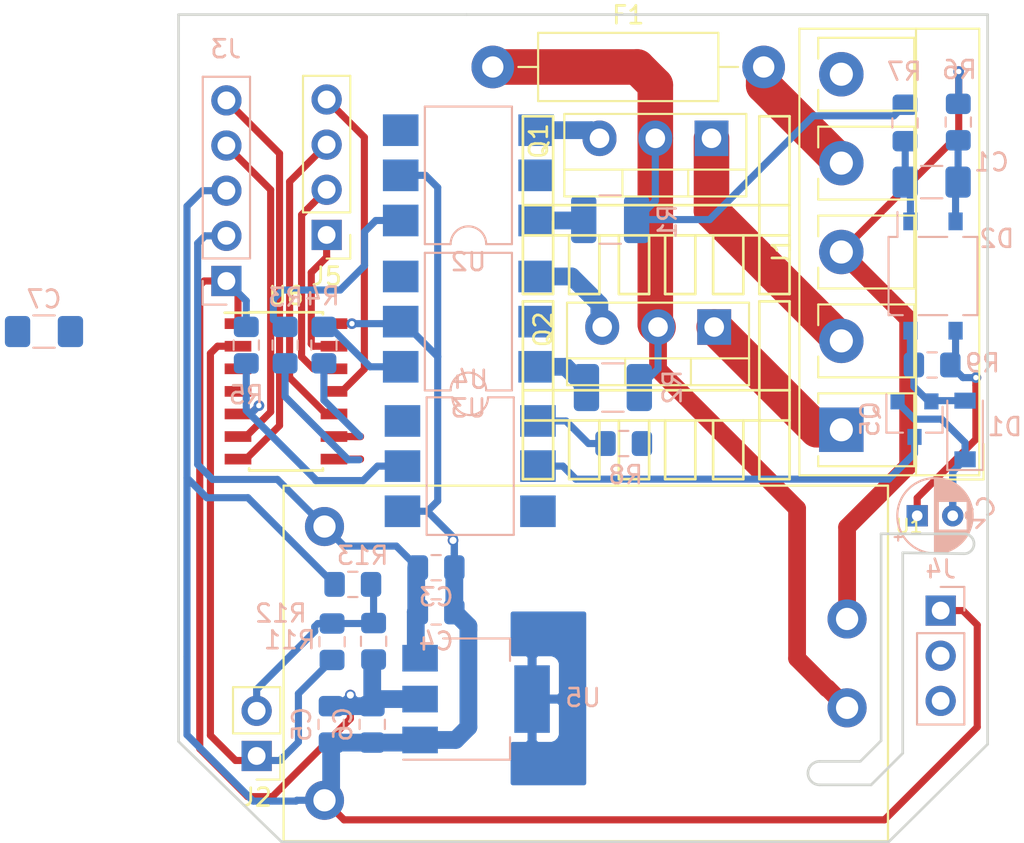
<source format=kicad_pcb>
(kicad_pcb (version 20171130) (host pcbnew 5.0.1)

  (general
    (thickness 1.6)
    (drawings 62)
    (tracks 254)
    (zones 0)
    (modules 38)
    (nets 33)
  )

  (page User 150.012 150.012)
  (title_block
    (title "RS485 Sensor Board")
    (date 2017-02-21)
    (rev V1.2)
    (company "Janco & Jacco")
  )

  (layers
    (0 F.Cu signal)
    (31 B.Cu signal)
    (32 B.Adhes user)
    (33 F.Adhes user)
    (34 B.Paste user)
    (35 F.Paste user)
    (36 B.SilkS user)
    (37 F.SilkS user)
    (38 B.Mask user)
    (39 F.Mask user)
    (40 Dwgs.User user hide)
    (41 Cmts.User user hide)
    (42 Eco1.User user hide)
    (43 Eco2.User user hide)
    (44 Edge.Cuts user)
    (45 Margin user hide)
    (46 B.CrtYd user)
    (47 F.CrtYd user)
    (48 B.Fab user hide)
    (49 F.Fab user hide)
  )

  (setup
    (last_trace_width 0.4)
    (user_trace_width 0.4)
    (user_trace_width 1)
    (user_trace_width 2)
    (trace_clearance 0.1)
    (zone_clearance 0.508)
    (zone_45_only yes)
    (trace_min 0.4)
    (segment_width 0.2)
    (edge_width 0.15)
    (via_size 0.6)
    (via_drill 0.3)
    (via_min_size 0.4)
    (via_min_drill 0.3)
    (uvia_size 0.3)
    (uvia_drill 0.1)
    (uvias_allowed no)
    (uvia_min_size 0.2)
    (uvia_min_drill 0.1)
    (pcb_text_width 0.3)
    (pcb_text_size 1.5 1.5)
    (mod_edge_width 0.15)
    (mod_text_size 1 1)
    (mod_text_width 0.15)
    (pad_size 1.905 2)
    (pad_drill 1.1)
    (pad_to_mask_clearance 0.2)
    (solder_mask_min_width 0.25)
    (aux_axis_origin 116.713 49.911)
    (grid_origin 54.483 49.6316)
    (visible_elements FFFBFF1F)
    (pcbplotparams
      (layerselection 0x3f0ff_80000001)
      (usegerberextensions false)
      (usegerberattributes false)
      (usegerberadvancedattributes false)
      (creategerberjobfile false)
      (excludeedgelayer true)
      (linewidth 0.100000)
      (plotframeref false)
      (viasonmask false)
      (mode 1)
      (useauxorigin false)
      (hpglpennumber 1)
      (hpglpenspeed 20)
      (hpglpendiameter 15.000000)
      (psnegative false)
      (psa4output false)
      (plotreference true)
      (plotvalue true)
      (plotinvisibletext false)
      (padsonsilk false)
      (subtractmaskfromsilk false)
      (outputformat 1)
      (mirror false)
      (drillshape 0)
      (scaleselection 1)
      (outputdirectory "outputv4/"))
  )

  (net 0 "")
  (net 1 GND)
  (net 2 "Net-(R1-Pad1)")
  (net 3 +3V3)
  (net 4 LINE)
  (net 5 NEUT)
  (net 6 "Net-(F1-Pad2)")
  (net 7 "Net-(J1-Pad1)")
  (net 8 "Net-(J1-Pad2)")
  (net 9 "Net-(Q1-Pad3)")
  (net 10 "Net-(Q2-Pad3)")
  (net 11 "Net-(R2-Pad1)")
  (net 12 "Net-(R3-Pad2)")
  (net 13 "Net-(R4-Pad2)")
  (net 14 "Net-(C1-Pad1)")
  (net 15 "Net-(C1-Pad2)")
  (net 16 "Net-(C2-Pad1)")
  (net 17 "Net-(C2-Pad2)")
  (net 18 "Net-(D1-Pad2)")
  (net 19 "Net-(Q5-Pad3)")
  (net 20 "Net-(R8-Pad1)")
  (net 21 +5V)
  (net 22 "Net-(R3-Pad1)")
  (net 23 "Net-(R4-Pad1)")
  (net 24 "Net-(R5-Pad2)")
  (net 25 "Net-(J2-Pad1)")
  (net 26 "Net-(J2-Pad2)")
  (net 27 "Net-(J3-Pad5)")
  (net 28 "Net-(J3-Pad4)")
  (net 29 "Net-(J5-Pad4)")
  (net 30 "Net-(J5-Pad3)")
  (net 31 "Net-(J5-Pad2)")
  (net 32 "Net-(J5-Pad1)")

  (net_class Default "Dit is de standaard class."
    (clearance 0.1)
    (trace_width 0.4)
    (via_dia 0.6)
    (via_drill 0.3)
    (uvia_dia 0.3)
    (uvia_drill 0.1)
    (diff_pair_gap 0.25)
    (diff_pair_width 0.4)
    (add_net +5V)
    (add_net "Net-(C1-Pad1)")
    (add_net "Net-(C1-Pad2)")
    (add_net "Net-(C2-Pad1)")
    (add_net "Net-(C2-Pad2)")
    (add_net "Net-(D1-Pad2)")
    (add_net "Net-(F1-Pad2)")
    (add_net "Net-(J1-Pad1)")
    (add_net "Net-(J1-Pad2)")
    (add_net "Net-(J2-Pad1)")
    (add_net "Net-(J2-Pad2)")
    (add_net "Net-(J3-Pad4)")
    (add_net "Net-(J3-Pad5)")
    (add_net "Net-(J5-Pad1)")
    (add_net "Net-(J5-Pad2)")
    (add_net "Net-(J5-Pad3)")
    (add_net "Net-(J5-Pad4)")
    (add_net "Net-(Q1-Pad3)")
    (add_net "Net-(Q2-Pad3)")
    (add_net "Net-(Q5-Pad3)")
    (add_net "Net-(R1-Pad1)")
    (add_net "Net-(R2-Pad1)")
    (add_net "Net-(R3-Pad1)")
    (add_net "Net-(R3-Pad2)")
    (add_net "Net-(R4-Pad1)")
    (add_net "Net-(R4-Pad2)")
    (add_net "Net-(R5-Pad2)")
    (add_net "Net-(R8-Pad1)")
  )

  (net_class 230V ""
    (clearance 0.4)
    (trace_width 2)
    (via_dia 0.6)
    (via_drill 0.3)
    (uvia_dia 0.3)
    (uvia_drill 0.1)
    (diff_pair_gap 0.25)
    (diff_pair_width 2)
    (add_net LINE)
    (add_net NEUT)
  )

  (net_class 3.3V ""
    (clearance 0.2)
    (trace_width 0.4)
    (via_dia 0.6)
    (via_drill 0.3)
    (uvia_dia 0.3)
    (uvia_drill 0.1)
    (diff_pair_gap 0.25)
    (diff_pair_width 0.4)
    (add_net +3V3)
    (add_net GND)
  )

  (net_class csp ""
    (clearance 0.2)
    (trace_width 1)
    (via_dia 0.6)
    (via_drill 0.3)
    (uvia_dia 0.3)
    (uvia_drill 0.1)
    (diff_pair_gap 0.25)
    (diff_pair_width 1)
  )

  (module Capacitor_SMD:C_1206_3216Metric_Pad1.42x1.75mm_HandSolder (layer B.Cu) (tedit 5B301BBE) (tstamp 5C17F734)
    (at 21.0566 46.3296 180)
    (descr "Capacitor SMD 1206 (3216 Metric), square (rectangular) end terminal, IPC_7351 nominal with elongated pad for handsoldering. (Body size source: http://www.tortai-tech.com/upload/download/2011102023233369053.pdf), generated with kicad-footprint-generator")
    (tags "capacitor handsolder")
    (path /5C0C060E)
    (attr smd)
    (fp_text reference C7 (at 0 1.82 180) (layer B.SilkS)
      (effects (font (size 1 1) (thickness 0.15)) (justify mirror))
    )
    (fp_text value 0.1uf (at 0 -1.82 180) (layer B.Fab)
      (effects (font (size 1 1) (thickness 0.15)) (justify mirror))
    )
    (fp_line (start -1.6 -0.8) (end -1.6 0.8) (layer B.Fab) (width 0.1))
    (fp_line (start -1.6 0.8) (end 1.6 0.8) (layer B.Fab) (width 0.1))
    (fp_line (start 1.6 0.8) (end 1.6 -0.8) (layer B.Fab) (width 0.1))
    (fp_line (start 1.6 -0.8) (end -1.6 -0.8) (layer B.Fab) (width 0.1))
    (fp_line (start -0.602064 0.91) (end 0.602064 0.91) (layer B.SilkS) (width 0.12))
    (fp_line (start -0.602064 -0.91) (end 0.602064 -0.91) (layer B.SilkS) (width 0.12))
    (fp_line (start -2.45 -1.12) (end -2.45 1.12) (layer B.CrtYd) (width 0.05))
    (fp_line (start -2.45 1.12) (end 2.45 1.12) (layer B.CrtYd) (width 0.05))
    (fp_line (start 2.45 1.12) (end 2.45 -1.12) (layer B.CrtYd) (width 0.05))
    (fp_line (start 2.45 -1.12) (end -2.45 -1.12) (layer B.CrtYd) (width 0.05))
    (fp_text user %R (at 0 0 180) (layer B.Fab)
      (effects (font (size 0.8 0.8) (thickness 0.12)) (justify mirror))
    )
    (pad 1 smd roundrect (at -1.4875 0 180) (size 1.425 1.75) (layers B.Cu B.Paste B.Mask) (roundrect_rratio 0.175439)
      (net 1 GND))
    (pad 2 smd roundrect (at 1.4875 0 180) (size 1.425 1.75) (layers B.Cu B.Paste B.Mask) (roundrect_rratio 0.175439)
      (net 3 +3V3))
    (model ${KISYS3DMOD}/Capacitor_SMD.3dshapes/C_1206_3216Metric.wrl
      (at (xyz 0 0 0))
      (scale (xyz 1 1 1))
      (rotate (xyz 0 0 0))
    )
  )

  (module TerminalBlock_RND:TerminalBlock_RND_205-00279_1x05_P5.00mm_Vertical (layer F.Cu) (tedit 5B294ECF) (tstamp 5C19AC3A)
    (at 65.913 51.8541 90)
    (descr "terminal block RND 205-00081, vertical (cable from top), 5 pins, pitch 5mm, size 25x10mm^2, drill diamater 1.3mm, pad diameter 2.5mm, see http://cdn-reichelt.de/documents/datenblatt/C151/RND_205-00276_DB_EN.pdf, script-generated with , script-generated using https://github.com/pointhi/kicad-footprint-generator/scripts/TerminalBlock_RND")
    (tags "THT terminal block RND 205-00081 vertical pitch 5mm size 25x10mm^2 drill 1.3mm pad 2.5mm")
    (path /5BFAD55E)
    (fp_text reference J1 (at 10 -3.36 90) (layer F.SilkS)
      (effects (font (size 1 1) (thickness 0.15)))
    )
    (fp_text value Screw_Terminal_01x04 (at 10 8.76 90) (layer F.Fab)
      (effects (font (size 1 1) (thickness 0.15)))
    )
    (fp_text user %R (at 10 5.7 90) (layer F.Fab)
      (effects (font (size 1 1) (thickness 0.15)))
    )
    (fp_line (start 23 -2.8) (end -3 -2.8) (layer F.CrtYd) (width 0.05))
    (fp_line (start 23 8.2) (end 23 -2.8) (layer F.CrtYd) (width 0.05))
    (fp_line (start -3 8.2) (end 23 8.2) (layer F.CrtYd) (width 0.05))
    (fp_line (start -3 -2.8) (end -3 8.2) (layer F.CrtYd) (width 0.05))
    (fp_line (start -2.8 8) (end -0.8 8) (layer F.SilkS) (width 0.12))
    (fp_line (start -2.8 5.76) (end -2.8 8) (layer F.SilkS) (width 0.12))
    (fp_line (start 22.05 -1.3) (end 17.95 -1.3) (layer F.Fab) (width 0.1))
    (fp_line (start 22.05 4.1) (end 22.05 -1.3) (layer F.Fab) (width 0.1))
    (fp_line (start 17.95 4.1) (end 22.05 4.1) (layer F.Fab) (width 0.1))
    (fp_line (start 17.95 -1.3) (end 17.95 4.1) (layer F.Fab) (width 0.1))
    (fp_line (start 22.05 -1.3) (end 22.05 4.1) (layer F.SilkS) (width 0.12))
    (fp_line (start 17.95 -1.3) (end 17.95 4.1) (layer F.SilkS) (width 0.12))
    (fp_line (start 17.95 4.1) (end 22.05 4.1) (layer F.SilkS) (width 0.12))
    (fp_line (start 20.884 -1.3) (end 22.05 -1.3) (layer F.SilkS) (width 0.12))
    (fp_line (start 17.95 -1.3) (end 19.117 -1.3) (layer F.SilkS) (width 0.12))
    (fp_line (start 17.05 -1.3) (end 12.95 -1.3) (layer F.Fab) (width 0.1))
    (fp_line (start 17.05 4.1) (end 17.05 -1.3) (layer F.Fab) (width 0.1))
    (fp_line (start 12.95 4.1) (end 17.05 4.1) (layer F.Fab) (width 0.1))
    (fp_line (start 12.95 -1.3) (end 12.95 4.1) (layer F.Fab) (width 0.1))
    (fp_line (start 17.05 -1.3) (end 17.05 4.1) (layer F.SilkS) (width 0.12))
    (fp_line (start 12.95 -1.3) (end 12.95 4.1) (layer F.SilkS) (width 0.12))
    (fp_line (start 12.95 4.1) (end 17.05 4.1) (layer F.SilkS) (width 0.12))
    (fp_line (start 15.884 -1.3) (end 17.05 -1.3) (layer F.SilkS) (width 0.12))
    (fp_line (start 12.95 -1.3) (end 14.117 -1.3) (layer F.SilkS) (width 0.12))
    (fp_line (start 12.05 -1.3) (end 7.95 -1.3) (layer F.Fab) (width 0.1))
    (fp_line (start 12.05 4.1) (end 12.05 -1.3) (layer F.Fab) (width 0.1))
    (fp_line (start 7.95 4.1) (end 12.05 4.1) (layer F.Fab) (width 0.1))
    (fp_line (start 7.95 -1.3) (end 7.95 4.1) (layer F.Fab) (width 0.1))
    (fp_line (start 12.05 -1.3) (end 12.05 4.1) (layer F.SilkS) (width 0.12))
    (fp_line (start 7.95 -1.3) (end 7.95 4.1) (layer F.SilkS) (width 0.12))
    (fp_line (start 7.95 4.1) (end 12.05 4.1) (layer F.SilkS) (width 0.12))
    (fp_line (start 10.884 -1.3) (end 12.05 -1.3) (layer F.SilkS) (width 0.12))
    (fp_line (start 7.95 -1.3) (end 9.117 -1.3) (layer F.SilkS) (width 0.12))
    (fp_line (start 7.05 -1.3) (end 2.95 -1.3) (layer F.Fab) (width 0.1))
    (fp_line (start 7.05 4.1) (end 7.05 -1.3) (layer F.Fab) (width 0.1))
    (fp_line (start 2.95 4.1) (end 7.05 4.1) (layer F.Fab) (width 0.1))
    (fp_line (start 2.95 -1.3) (end 2.95 4.1) (layer F.Fab) (width 0.1))
    (fp_line (start 7.05 -1.3) (end 7.05 4.1) (layer F.SilkS) (width 0.12))
    (fp_line (start 2.95 -1.3) (end 2.95 4.1) (layer F.SilkS) (width 0.12))
    (fp_line (start 2.95 4.1) (end 7.05 4.1) (layer F.SilkS) (width 0.12))
    (fp_line (start 5.884 -1.3) (end 7.05 -1.3) (layer F.SilkS) (width 0.12))
    (fp_line (start 2.95 -1.3) (end 4.117 -1.3) (layer F.SilkS) (width 0.12))
    (fp_line (start 2.05 -1.3) (end -2.05 -1.3) (layer F.Fab) (width 0.1))
    (fp_line (start 2.05 4.1) (end 2.05 -1.3) (layer F.Fab) (width 0.1))
    (fp_line (start -2.05 4.1) (end 2.05 4.1) (layer F.Fab) (width 0.1))
    (fp_line (start -2.05 -1.3) (end -2.05 4.1) (layer F.Fab) (width 0.1))
    (fp_line (start 2.05 -1.3) (end 2.05 4.1) (layer F.SilkS) (width 0.12))
    (fp_line (start -2.05 -1.3) (end -2.05 4.1) (layer F.SilkS) (width 0.12))
    (fp_line (start -2.05 4.1) (end 2.05 4.1) (layer F.SilkS) (width 0.12))
    (fp_line (start 1.49 -1.3) (end 2.05 -1.3) (layer F.SilkS) (width 0.12))
    (fp_line (start -2.05 -1.3) (end -1.49 -1.3) (layer F.SilkS) (width 0.12))
    (fp_line (start 22.56 -2.36) (end 22.56 7.76) (layer F.SilkS) (width 0.12))
    (fp_line (start -2.56 -2.36) (end -2.56 7.76) (layer F.SilkS) (width 0.12))
    (fp_line (start -2.56 7.76) (end 22.56 7.76) (layer F.SilkS) (width 0.12))
    (fp_line (start -2.56 -2.36) (end 22.56 -2.36) (layer F.SilkS) (width 0.12))
    (fp_line (start -2.56 4.2) (end 22.56 4.2) (layer F.SilkS) (width 0.12))
    (fp_line (start -2.5 4.2) (end 22.5 4.2) (layer F.Fab) (width 0.1))
    (fp_line (start -2.5 5.7) (end -2.5 -2.3) (layer F.Fab) (width 0.1))
    (fp_line (start -0.5 7.7) (end -2.5 5.7) (layer F.Fab) (width 0.1))
    (fp_line (start 22.5 7.7) (end -0.5 7.7) (layer F.Fab) (width 0.1))
    (fp_line (start 22.5 -2.3) (end 22.5 7.7) (layer F.Fab) (width 0.1))
    (fp_line (start -2.5 -2.3) (end 22.5 -2.3) (layer F.Fab) (width 0.1))
    (pad 5 thru_hole circle (at 20 0 90) (size 2.5 2.5) (drill 1.3) (layers *.Cu *.Mask))
    (pad 4 thru_hole circle (at 15 0 90) (size 2.5 2.5) (drill 1.3) (layers *.Cu *.Mask)
      (net 6 "Net-(F1-Pad2)"))
    (pad 3 thru_hole circle (at 10 0 90) (size 2.5 2.5) (drill 1.3) (layers *.Cu *.Mask)
      (net 5 NEUT))
    (pad 2 thru_hole circle (at 5 0 90) (size 2.5 2.5) (drill 1.3) (layers *.Cu *.Mask)
      (net 8 "Net-(J1-Pad2)"))
    (pad 1 thru_hole rect (at 0 0 90) (size 2.5 2.5) (drill 1.3) (layers *.Cu *.Mask)
      (net 7 "Net-(J1-Pad1)"))
    (model ${KISYS3DMOD}/TerminalBlock_RND.3dshapes/TerminalBlock_RND_205-00279_1x05_P5.00mm_Vertical.wrl
      (at (xyz 0 0 0))
      (scale (xyz 1 1 1))
      (rotate (xyz 0 0 0))
    )
  )

  (module sensorboard_library:TO-220-heatsink (layer F.Cu) (tedit 5C02D628) (tstamp 5C195CC1)
    (at 55.499 49.6316)
    (attr virtual)
    (fp_text reference REF** (at 0.2 -1.8) (layer F.SilkS) hide
      (effects (font (size 1 1) (thickness 0.15)))
    )
    (fp_text value TO-220-heatsink (at 0 -3.81) (layer F.Fab)
      (effects (font (size 1 1) (thickness 0.15)))
    )
    (fp_line (start -2.1 5) (end -0.4 5) (layer F.SilkS) (width 0.15))
    (fp_line (start -2.1 1.7) (end -2.1 5) (layer F.SilkS) (width 0.15))
    (fp_line (start -0.4 5) (end -0.4 1.7) (layer F.SilkS) (width 0.15))
    (fp_line (start 4.9 5) (end 4.9 1.7) (layer F.SilkS) (width 0.15))
    (fp_line (start 3.2 1.7) (end 3.2 5) (layer F.SilkS) (width 0.15))
    (fp_line (start 3.2 5) (end 4.9 5) (layer F.SilkS) (width 0.15))
    (fp_line (start 2.2 5) (end 2.2 1.7) (layer F.SilkS) (width 0.15))
    (fp_line (start 0.5 1.7) (end 0.5 5) (layer F.SilkS) (width 0.15))
    (fp_line (start 0.5 5) (end 2.2 5) (layer F.SilkS) (width 0.15))
    (fp_line (start -3.2 5) (end -3.2 1.7) (layer F.SilkS) (width 0.15))
    (fp_line (start -4.9 5) (end -3.2 5) (layer F.SilkS) (width 0.15))
    (fp_line (start -4.9 1.7) (end -4.9 5) (layer F.SilkS) (width 0.15))
    (fp_line (start 7.5 5) (end 7.5 1.7) (layer F.SilkS) (width 0.15))
    (fp_line (start 5.8 5) (end 7.5 5) (layer F.SilkS) (width 0.15))
    (fp_line (start 5.8 1.7) (end 5.8 5) (layer F.SilkS) (width 0.15))
    (fp_line (start -5.8 5) (end -5.8 0.9) (layer F.SilkS) (width 0.15))
    (fp_line (start -7.5 5) (end -5.8 5) (layer F.SilkS) (width 0.15))
    (fp_line (start -7.5 0) (end -7.5 5) (layer F.SilkS) (width 0.15))
    (fp_line (start -5.8 1.7) (end 5.9 1.7) (layer F.SilkS) (width 0.15))
    (fp_line (start 5.8 1.7) (end 5.8 0) (layer F.SilkS) (width 0.15))
    (fp_line (start 7.5 1.7) (end 5.8 1.7) (layer F.SilkS) (width 0.15))
    (fp_line (start 7.5 0) (end 7.5 1.7) (layer F.SilkS) (width 0.15))
    (fp_line (start -5.8 1.7) (end -5.8 -0.1) (layer F.SilkS) (width 0.15))
    (fp_line (start -7.5 1.7) (end -5.8 1.7) (layer F.SilkS) (width 0.15))
    (fp_line (start -7.5 0) (end -7.5 1.7) (layer F.SilkS) (width 0.15))
    (fp_line (start -5.8 -5) (end -5.8 0) (layer F.SilkS) (width 0.15))
    (fp_line (start -7.5 -5) (end -5.8 -5) (layer F.SilkS) (width 0.15))
    (fp_line (start -7.5 0) (end -7.5 -5) (layer F.SilkS) (width 0.15))
    (fp_line (start 5.8 -5) (end 5.8 0) (layer F.SilkS) (width 0.15))
    (fp_line (start 7.5 -5) (end 5.8 -5) (layer F.SilkS) (width 0.15))
    (fp_line (start 7.5 0) (end 7.5 -5) (layer F.SilkS) (width 0.15))
    (fp_line (start 7.5 0) (end -7.5 0) (layer F.SilkS) (width 0.15))
  )

  (module Package_DIP:SMDIP-6_W7.62mm (layer B.Cu) (tedit 5A02E8C5) (tstamp 5C1CE7FE)
    (at 44.9326 37.5412)
    (descr "6-lead surface-mounted (SMD) DIP package, row spacing 7.62 mm (300 mils)")
    (tags "SMD DIP DIL PDIP SMDIP 2.54mm 7.62mm 300mil")
    (path /5BFAEA80)
    (attr smd)
    (fp_text reference U2 (at 0 4.87) (layer B.SilkS)
      (effects (font (size 1 1) (thickness 0.15)) (justify mirror))
    )
    (fp_text value MOC3052 (at 0 -4.87) (layer B.Fab)
      (effects (font (size 1 1) (thickness 0.15)) (justify mirror))
    )
    (fp_text user %R (at 0 0) (layer B.Fab)
      (effects (font (size 1 1) (thickness 0.15)) (justify mirror))
    )
    (fp_line (start 5.1 4.1) (end -5.1 4.1) (layer B.CrtYd) (width 0.05))
    (fp_line (start 5.1 -4.1) (end 5.1 4.1) (layer B.CrtYd) (width 0.05))
    (fp_line (start -5.1 -4.1) (end 5.1 -4.1) (layer B.CrtYd) (width 0.05))
    (fp_line (start -5.1 4.1) (end -5.1 -4.1) (layer B.CrtYd) (width 0.05))
    (fp_line (start 2.45 3.87) (end 1 3.87) (layer B.SilkS) (width 0.12))
    (fp_line (start 2.45 -3.87) (end 2.45 3.87) (layer B.SilkS) (width 0.12))
    (fp_line (start -2.45 -3.87) (end 2.45 -3.87) (layer B.SilkS) (width 0.12))
    (fp_line (start -2.45 3.87) (end -2.45 -3.87) (layer B.SilkS) (width 0.12))
    (fp_line (start -1 3.87) (end -2.45 3.87) (layer B.SilkS) (width 0.12))
    (fp_line (start -3.175 2.81) (end -2.175 3.81) (layer B.Fab) (width 0.1))
    (fp_line (start -3.175 -3.81) (end -3.175 2.81) (layer B.Fab) (width 0.1))
    (fp_line (start 3.175 -3.81) (end -3.175 -3.81) (layer B.Fab) (width 0.1))
    (fp_line (start 3.175 3.81) (end 3.175 -3.81) (layer B.Fab) (width 0.1))
    (fp_line (start -2.175 3.81) (end 3.175 3.81) (layer B.Fab) (width 0.1))
    (fp_arc (start 0 3.87) (end -1 3.87) (angle 180) (layer B.SilkS) (width 0.12))
    (pad 6 smd rect (at 3.81 2.54) (size 2 1.78) (layers B.Cu B.Paste B.Mask)
      (net 2 "Net-(R1-Pad1)"))
    (pad 3 smd rect (at -3.81 -2.54) (size 2 1.78) (layers B.Cu B.Paste B.Mask))
    (pad 5 smd rect (at 3.81 0) (size 2 1.78) (layers B.Cu B.Paste B.Mask))
    (pad 2 smd rect (at -3.81 0) (size 2 1.78) (layers B.Cu B.Paste B.Mask)
      (net 1 GND))
    (pad 4 smd rect (at 3.81 -2.54) (size 2 1.78) (layers B.Cu B.Paste B.Mask)
      (net 9 "Net-(Q1-Pad3)"))
    (pad 1 smd rect (at -3.81 2.54) (size 2 1.78) (layers B.Cu B.Paste B.Mask)
      (net 12 "Net-(R3-Pad2)"))
    (model ${KISYS3DMOD}/Package_DIP.3dshapes/SMDIP-6_W7.62mm.wrl
      (at (xyz 0 0 0))
      (scale (xyz 1 1 1))
      (rotate (xyz 0 0 0))
    )
  )

  (module Package_DIP:SMDIP-6_W7.62mm (layer B.Cu) (tedit 5A02E8C5) (tstamp 5C02C916)
    (at 45.0342 53.8988 180)
    (descr "6-lead surface-mounted (SMD) DIP package, row spacing 7.62 mm (300 mils)")
    (tags "SMD DIP DIL PDIP SMDIP 2.54mm 7.62mm 300mil")
    (path /5C058852)
    (attr smd)
    (fp_text reference U4 (at 0 4.87 180) (layer B.SilkS)
      (effects (font (size 1 1) (thickness 0.15)) (justify mirror))
    )
    (fp_text value 4N35 (at 0 -4.87 180) (layer B.Fab)
      (effects (font (size 1 1) (thickness 0.15)) (justify mirror))
    )
    (fp_text user %R (at 0 0 180) (layer B.Fab)
      (effects (font (size 1 1) (thickness 0.15)) (justify mirror))
    )
    (fp_line (start 5.1 4.1) (end -5.1 4.1) (layer B.CrtYd) (width 0.05))
    (fp_line (start 5.1 -4.1) (end 5.1 4.1) (layer B.CrtYd) (width 0.05))
    (fp_line (start -5.1 -4.1) (end 5.1 -4.1) (layer B.CrtYd) (width 0.05))
    (fp_line (start -5.1 4.1) (end -5.1 -4.1) (layer B.CrtYd) (width 0.05))
    (fp_line (start 2.45 3.87) (end 1 3.87) (layer B.SilkS) (width 0.12))
    (fp_line (start 2.45 -3.87) (end 2.45 3.87) (layer B.SilkS) (width 0.12))
    (fp_line (start -2.45 -3.87) (end 2.45 -3.87) (layer B.SilkS) (width 0.12))
    (fp_line (start -2.45 3.87) (end -2.45 -3.87) (layer B.SilkS) (width 0.12))
    (fp_line (start -1 3.87) (end -2.45 3.87) (layer B.SilkS) (width 0.12))
    (fp_line (start -3.175 2.81) (end -2.175 3.81) (layer B.Fab) (width 0.1))
    (fp_line (start -3.175 -3.81) (end -3.175 2.81) (layer B.Fab) (width 0.1))
    (fp_line (start 3.175 -3.81) (end -3.175 -3.81) (layer B.Fab) (width 0.1))
    (fp_line (start 3.175 3.81) (end 3.175 -3.81) (layer B.Fab) (width 0.1))
    (fp_line (start -2.175 3.81) (end 3.175 3.81) (layer B.Fab) (width 0.1))
    (fp_arc (start 0 3.87) (end -1 3.87) (angle 180) (layer B.SilkS) (width 0.12))
    (pad 6 smd rect (at 3.81 2.54 180) (size 2 1.78) (layers B.Cu B.Paste B.Mask))
    (pad 3 smd rect (at -3.81 -2.54 180) (size 2 1.78) (layers B.Cu B.Paste B.Mask))
    (pad 5 smd rect (at 3.81 0 180) (size 2 1.78) (layers B.Cu B.Paste B.Mask)
      (net 24 "Net-(R5-Pad2)"))
    (pad 2 smd rect (at -3.81 0 180) (size 2 1.78) (layers B.Cu B.Paste B.Mask)
      (net 19 "Net-(Q5-Pad3)"))
    (pad 4 smd rect (at 3.81 -2.54 180) (size 2 1.78) (layers B.Cu B.Paste B.Mask)
      (net 1 GND))
    (pad 1 smd rect (at -3.81 2.54 180) (size 2 1.78) (layers B.Cu B.Paste B.Mask)
      (net 20 "Net-(R8-Pad1)"))
    (model ${KISYS3DMOD}/Package_DIP.3dshapes/SMDIP-6_W7.62mm.wrl
      (at (xyz 0 0 0))
      (scale (xyz 1 1 1))
      (rotate (xyz 0 0 0))
    )
  )

  (module Package_TO_SOT_SMD:SOT-23 (layer B.Cu) (tedit 5A02FF57) (tstamp 5C19706A)
    (at 70.0278 51.2572 270)
    (descr "SOT-23, Standard")
    (tags SOT-23)
    (path /5C02F97C)
    (attr smd)
    (fp_text reference Q5 (at 0 2.5 270) (layer B.SilkS)
      (effects (font (size 1 1) (thickness 0.15)) (justify mirror))
    )
    (fp_text value 2N3904 (at 0 -2.5 270) (layer B.Fab)
      (effects (font (size 1 1) (thickness 0.15)) (justify mirror))
    )
    (fp_line (start 0.76 -1.58) (end -0.7 -1.58) (layer B.SilkS) (width 0.12))
    (fp_line (start 0.76 1.58) (end -1.4 1.58) (layer B.SilkS) (width 0.12))
    (fp_line (start -1.7 -1.75) (end -1.7 1.75) (layer B.CrtYd) (width 0.05))
    (fp_line (start 1.7 -1.75) (end -1.7 -1.75) (layer B.CrtYd) (width 0.05))
    (fp_line (start 1.7 1.75) (end 1.7 -1.75) (layer B.CrtYd) (width 0.05))
    (fp_line (start -1.7 1.75) (end 1.7 1.75) (layer B.CrtYd) (width 0.05))
    (fp_line (start 0.76 1.58) (end 0.76 0.65) (layer B.SilkS) (width 0.12))
    (fp_line (start 0.76 -1.58) (end 0.76 -0.65) (layer B.SilkS) (width 0.12))
    (fp_line (start -0.7 -1.52) (end 0.7 -1.52) (layer B.Fab) (width 0.1))
    (fp_line (start 0.7 1.52) (end 0.7 -1.52) (layer B.Fab) (width 0.1))
    (fp_line (start -0.7 0.95) (end -0.15 1.52) (layer B.Fab) (width 0.1))
    (fp_line (start -0.15 1.52) (end 0.7 1.52) (layer B.Fab) (width 0.1))
    (fp_line (start -0.7 0.95) (end -0.7 -1.5) (layer B.Fab) (width 0.1))
    (fp_text user %R (at 0 0 180) (layer B.Fab)
      (effects (font (size 0.5 0.5) (thickness 0.075)) (justify mirror))
    )
    (pad 3 smd rect (at 1 0 270) (size 0.9 0.8) (layers B.Cu B.Paste B.Mask)
      (net 19 "Net-(Q5-Pad3)"))
    (pad 2 smd rect (at -1 -0.95 270) (size 0.9 0.8) (layers B.Cu B.Paste B.Mask)
      (net 18 "Net-(D1-Pad2)"))
    (pad 1 smd rect (at -1 0.95 270) (size 0.9 0.8) (layers B.Cu B.Paste B.Mask)
      (net 17 "Net-(C2-Pad2)"))
    (model ${KISYS3DMOD}/Package_TO_SOT_SMD.3dshapes/SOT-23.wrl
      (at (xyz 0 0 0))
      (scale (xyz 1 1 1))
      (rotate (xyz 0 0 0))
    )
  )

  (module Resistor_THT:R_Axial_DIN0411_L9.9mm_D3.6mm_P15.24mm_Horizontal (layer F.Cu) (tedit 5AE5139B) (tstamp 5C1CEBB5)
    (at 46.3042 31.4452)
    (descr "Resistor, Axial_DIN0411 series, Axial, Horizontal, pin pitch=15.24mm, 1W, length*diameter=9.9*3.6mm^2")
    (tags "Resistor Axial_DIN0411 series Axial Horizontal pin pitch 15.24mm 1W length 9.9mm diameter 3.6mm")
    (path /5BFAD7F9)
    (fp_text reference F1 (at 7.62 -2.92) (layer F.SilkS)
      (effects (font (size 1 1) (thickness 0.15)))
    )
    (fp_text value "Glass fuse 10mm 3A" (at 7.62 2.92) (layer F.Fab)
      (effects (font (size 1 1) (thickness 0.15)))
    )
    (fp_text user %R (at 7.62 0) (layer F.Fab)
      (effects (font (size 1 1) (thickness 0.15)))
    )
    (fp_line (start 16.69 -2.05) (end -1.45 -2.05) (layer F.CrtYd) (width 0.05))
    (fp_line (start 16.69 2.05) (end 16.69 -2.05) (layer F.CrtYd) (width 0.05))
    (fp_line (start -1.45 2.05) (end 16.69 2.05) (layer F.CrtYd) (width 0.05))
    (fp_line (start -1.45 -2.05) (end -1.45 2.05) (layer F.CrtYd) (width 0.05))
    (fp_line (start 13.8 0) (end 12.69 0) (layer F.SilkS) (width 0.12))
    (fp_line (start 1.44 0) (end 2.55 0) (layer F.SilkS) (width 0.12))
    (fp_line (start 12.69 -1.92) (end 2.55 -1.92) (layer F.SilkS) (width 0.12))
    (fp_line (start 12.69 1.92) (end 12.69 -1.92) (layer F.SilkS) (width 0.12))
    (fp_line (start 2.55 1.92) (end 12.69 1.92) (layer F.SilkS) (width 0.12))
    (fp_line (start 2.55 -1.92) (end 2.55 1.92) (layer F.SilkS) (width 0.12))
    (fp_line (start 15.24 0) (end 12.57 0) (layer F.Fab) (width 0.1))
    (fp_line (start 0 0) (end 2.67 0) (layer F.Fab) (width 0.1))
    (fp_line (start 12.57 -1.8) (end 2.67 -1.8) (layer F.Fab) (width 0.1))
    (fp_line (start 12.57 1.8) (end 12.57 -1.8) (layer F.Fab) (width 0.1))
    (fp_line (start 2.67 1.8) (end 12.57 1.8) (layer F.Fab) (width 0.1))
    (fp_line (start 2.67 -1.8) (end 2.67 1.8) (layer F.Fab) (width 0.1))
    (pad 2 thru_hole oval (at 15.24 0) (size 2.4 2.4) (drill 1.2) (layers *.Cu *.Mask)
      (net 6 "Net-(F1-Pad2)"))
    (pad 1 thru_hole circle (at 0 0) (size 2.4 2.4) (drill 1.2) (layers *.Cu *.Mask)
      (net 4 LINE))
    (model ${KISYS3DMOD}/Resistor_THT.3dshapes/R_Axial_DIN0411_L9.9mm_D3.6mm_P15.24mm_Horizontal.wrl
      (at (xyz 0 0 0))
      (scale (xyz 1 1 1))
      (rotate (xyz 0 0 0))
    )
  )

  (module Package_DIP:SMDIP-6_W7.62mm (layer B.Cu) (tedit 5A02E8C5) (tstamp 5C1E0F76)
    (at 44.9326 45.7708)
    (descr "6-lead surface-mounted (SMD) DIP package, row spacing 7.62 mm (300 mils)")
    (tags "SMD DIP DIL PDIP SMDIP 2.54mm 7.62mm 300mil")
    (path /5BFAF2AD)
    (attr smd)
    (fp_text reference U3 (at 0 4.87) (layer B.SilkS)
      (effects (font (size 1 1) (thickness 0.15)) (justify mirror))
    )
    (fp_text value MOC3052 (at 0 -4.87) (layer B.Fab)
      (effects (font (size 1 1) (thickness 0.15)) (justify mirror))
    )
    (fp_text user %R (at 0 0) (layer B.Fab)
      (effects (font (size 1 1) (thickness 0.15)) (justify mirror))
    )
    (fp_line (start 5.1 4.1) (end -5.1 4.1) (layer B.CrtYd) (width 0.05))
    (fp_line (start 5.1 -4.1) (end 5.1 4.1) (layer B.CrtYd) (width 0.05))
    (fp_line (start -5.1 -4.1) (end 5.1 -4.1) (layer B.CrtYd) (width 0.05))
    (fp_line (start -5.1 4.1) (end -5.1 -4.1) (layer B.CrtYd) (width 0.05))
    (fp_line (start 2.45 3.87) (end 1 3.87) (layer B.SilkS) (width 0.12))
    (fp_line (start 2.45 -3.87) (end 2.45 3.87) (layer B.SilkS) (width 0.12))
    (fp_line (start -2.45 -3.87) (end 2.45 -3.87) (layer B.SilkS) (width 0.12))
    (fp_line (start -2.45 3.87) (end -2.45 -3.87) (layer B.SilkS) (width 0.12))
    (fp_line (start -1 3.87) (end -2.45 3.87) (layer B.SilkS) (width 0.12))
    (fp_line (start -3.175 2.81) (end -2.175 3.81) (layer B.Fab) (width 0.1))
    (fp_line (start -3.175 -3.81) (end -3.175 2.81) (layer B.Fab) (width 0.1))
    (fp_line (start 3.175 -3.81) (end -3.175 -3.81) (layer B.Fab) (width 0.1))
    (fp_line (start 3.175 3.81) (end 3.175 -3.81) (layer B.Fab) (width 0.1))
    (fp_line (start -2.175 3.81) (end 3.175 3.81) (layer B.Fab) (width 0.1))
    (fp_arc (start 0 3.87) (end -1 3.87) (angle 180) (layer B.SilkS) (width 0.12))
    (pad 6 smd rect (at 3.81 2.54) (size 2 1.78) (layers B.Cu B.Paste B.Mask)
      (net 11 "Net-(R2-Pad1)"))
    (pad 3 smd rect (at -3.81 -2.54) (size 2 1.78) (layers B.Cu B.Paste B.Mask))
    (pad 5 smd rect (at 3.81 0) (size 2 1.78) (layers B.Cu B.Paste B.Mask))
    (pad 2 smd rect (at -3.81 0) (size 2 1.78) (layers B.Cu B.Paste B.Mask)
      (net 1 GND))
    (pad 4 smd rect (at 3.81 -2.54) (size 2 1.78) (layers B.Cu B.Paste B.Mask)
      (net 10 "Net-(Q2-Pad3)"))
    (pad 1 smd rect (at -3.81 2.54) (size 2 1.78) (layers B.Cu B.Paste B.Mask)
      (net 13 "Net-(R4-Pad2)"))
    (model ${KISYS3DMOD}/Package_DIP.3dshapes/SMDIP-6_W7.62mm.wrl
      (at (xyz 0 0 0))
      (scale (xyz 1 1 1))
      (rotate (xyz 0 0 0))
    )
  )

  (module Resistor_SMD:R_0805_2012Metric_Pad1.15x1.40mm_HandSolder (layer B.Cu) (tedit 5B36C52B) (tstamp 5C0BB832)
    (at 36.8046 47.0916 90)
    (descr "Resistor SMD 0805 (2012 Metric), square (rectangular) end terminal, IPC_7351 nominal with elongated pad for handsoldering. (Body size source: https://docs.google.com/spreadsheets/d/1BsfQQcO9C6DZCsRaXUlFlo91Tg2WpOkGARC1WS5S8t0/edit?usp=sharing), generated with kicad-footprint-generator")
    (tags "resistor handsolder")
    (path /5BFAF2C7)
    (attr smd)
    (fp_text reference R4 (at 2.7546 -0.085 180) (layer B.SilkS)
      (effects (font (size 1 1) (thickness 0.15)) (justify mirror))
    )
    (fp_text value 100 (at 0 -1.65 90) (layer B.Fab)
      (effects (font (size 1 1) (thickness 0.15)) (justify mirror))
    )
    (fp_text user %R (at 0 0 90) (layer B.Fab)
      (effects (font (size 0.5 0.5) (thickness 0.08)) (justify mirror))
    )
    (fp_line (start 1.85 -0.95) (end -1.85 -0.95) (layer B.CrtYd) (width 0.05))
    (fp_line (start 1.85 0.95) (end 1.85 -0.95) (layer B.CrtYd) (width 0.05))
    (fp_line (start -1.85 0.95) (end 1.85 0.95) (layer B.CrtYd) (width 0.05))
    (fp_line (start -1.85 -0.95) (end -1.85 0.95) (layer B.CrtYd) (width 0.05))
    (fp_line (start -0.261252 -0.71) (end 0.261252 -0.71) (layer B.SilkS) (width 0.12))
    (fp_line (start -0.261252 0.71) (end 0.261252 0.71) (layer B.SilkS) (width 0.12))
    (fp_line (start 1 -0.6) (end -1 -0.6) (layer B.Fab) (width 0.1))
    (fp_line (start 1 0.6) (end 1 -0.6) (layer B.Fab) (width 0.1))
    (fp_line (start -1 0.6) (end 1 0.6) (layer B.Fab) (width 0.1))
    (fp_line (start -1 -0.6) (end -1 0.6) (layer B.Fab) (width 0.1))
    (pad 2 smd roundrect (at 1.025 0 90) (size 1.15 1.4) (layers B.Cu B.Paste B.Mask) (roundrect_rratio 0.217391)
      (net 13 "Net-(R4-Pad2)"))
    (pad 1 smd roundrect (at -1.025 0 90) (size 1.15 1.4) (layers B.Cu B.Paste B.Mask) (roundrect_rratio 0.217391)
      (net 23 "Net-(R4-Pad1)"))
    (model ${KISYS3DMOD}/Resistor_SMD.3dshapes/R_0805_2012Metric.wrl
      (at (xyz 0 0 0))
      (scale (xyz 1 1 1))
      (rotate (xyz 0 0 0))
    )
  )

  (module Resistor_SMD:R_1210_3225Metric_Pad1.42x2.65mm_HandSolder (layer B.Cu) (tedit 5B301BBD) (tstamp 5C0DE270)
    (at 52.9082 40.0304)
    (descr "Resistor SMD 1210 (3225 Metric), square (rectangular) end terminal, IPC_7351 nominal with elongated pad for handsoldering. (Body size source: http://www.tortai-tech.com/upload/download/2011102023233369053.pdf), generated with kicad-footprint-generator")
    (tags "resistor handsolder")
    (path /5BFAE8F2)
    (attr smd)
    (fp_text reference R1 (at 3.2236 0.112 -270) (layer B.SilkS)
      (effects (font (size 1 1) (thickness 0.15)) (justify mirror))
    )
    (fp_text value 360 (at 0 -2.28) (layer B.Fab)
      (effects (font (size 1 1) (thickness 0.15)) (justify mirror))
    )
    (fp_line (start -1.6 -1.25) (end -1.6 1.25) (layer B.Fab) (width 0.1))
    (fp_line (start -1.6 1.25) (end 1.6 1.25) (layer B.Fab) (width 0.1))
    (fp_line (start 1.6 1.25) (end 1.6 -1.25) (layer B.Fab) (width 0.1))
    (fp_line (start 1.6 -1.25) (end -1.6 -1.25) (layer B.Fab) (width 0.1))
    (fp_line (start -0.602064 1.36) (end 0.602064 1.36) (layer B.SilkS) (width 0.12))
    (fp_line (start -0.602064 -1.36) (end 0.602064 -1.36) (layer B.SilkS) (width 0.12))
    (fp_line (start -2.45 -1.58) (end -2.45 1.58) (layer B.CrtYd) (width 0.05))
    (fp_line (start -2.45 1.58) (end 2.45 1.58) (layer B.CrtYd) (width 0.05))
    (fp_line (start 2.45 1.58) (end 2.45 -1.58) (layer B.CrtYd) (width 0.05))
    (fp_line (start 2.45 -1.58) (end -2.45 -1.58) (layer B.CrtYd) (width 0.05))
    (fp_text user %R (at 0 0) (layer B.Fab)
      (effects (font (size 0.8 0.8) (thickness 0.12)) (justify mirror))
    )
    (pad 1 smd roundrect (at -1.4875 0) (size 1.425 2.65) (layers B.Cu B.Paste B.Mask) (roundrect_rratio 0.175439)
      (net 2 "Net-(R1-Pad1)"))
    (pad 2 smd roundrect (at 1.4875 0) (size 1.425 2.65) (layers B.Cu B.Paste B.Mask) (roundrect_rratio 0.175439)
      (net 4 LINE))
    (model ${KISYS3DMOD}/Resistor_SMD.3dshapes/R_1210_3225Metric.wrl
      (at (xyz 0 0 0))
      (scale (xyz 1 1 1))
      (rotate (xyz 0 0 0))
    )
  )

  (module Connector_PinHeader_2.54mm:PinHeader_1x02_P2.54mm_Vertical (layer F.Cu) (tedit 59FED5CC) (tstamp 5C07EDFF)
    (at 33.02 70.2056 180)
    (descr "Through hole straight pin header, 1x02, 2.54mm pitch, single row")
    (tags "Through hole pin header THT 1x02 2.54mm single row")
    (path /5C0A8FE2)
    (fp_text reference J2 (at 0 -2.33 180) (layer F.SilkS)
      (effects (font (size 1 1) (thickness 0.15)))
    )
    (fp_text value "Conn_01x02_Male ZMCT" (at 0 4.87 180) (layer F.Fab)
      (effects (font (size 1 1) (thickness 0.15)))
    )
    (fp_text user %R (at 0 1.27 270) (layer F.Fab)
      (effects (font (size 1 1) (thickness 0.15)))
    )
    (fp_line (start 1.8 -1.8) (end -1.8 -1.8) (layer F.CrtYd) (width 0.05))
    (fp_line (start 1.8 4.35) (end 1.8 -1.8) (layer F.CrtYd) (width 0.05))
    (fp_line (start -1.8 4.35) (end 1.8 4.35) (layer F.CrtYd) (width 0.05))
    (fp_line (start -1.8 -1.8) (end -1.8 4.35) (layer F.CrtYd) (width 0.05))
    (fp_line (start -1.33 -1.33) (end 0 -1.33) (layer F.SilkS) (width 0.12))
    (fp_line (start -1.33 0) (end -1.33 -1.33) (layer F.SilkS) (width 0.12))
    (fp_line (start -1.33 1.27) (end 1.33 1.27) (layer F.SilkS) (width 0.12))
    (fp_line (start 1.33 1.27) (end 1.33 3.87) (layer F.SilkS) (width 0.12))
    (fp_line (start -1.33 1.27) (end -1.33 3.87) (layer F.SilkS) (width 0.12))
    (fp_line (start -1.33 3.87) (end 1.33 3.87) (layer F.SilkS) (width 0.12))
    (fp_line (start -1.27 -0.635) (end -0.635 -1.27) (layer F.Fab) (width 0.1))
    (fp_line (start -1.27 3.81) (end -1.27 -0.635) (layer F.Fab) (width 0.1))
    (fp_line (start 1.27 3.81) (end -1.27 3.81) (layer F.Fab) (width 0.1))
    (fp_line (start 1.27 -1.27) (end 1.27 3.81) (layer F.Fab) (width 0.1))
    (fp_line (start -0.635 -1.27) (end 1.27 -1.27) (layer F.Fab) (width 0.1))
    (pad 2 thru_hole oval (at 0 2.54 180) (size 1.7 1.7) (drill 1) (layers *.Cu *.Mask)
      (net 26 "Net-(J2-Pad2)"))
    (pad 1 thru_hole rect (at 0 0 180) (size 1.7 1.7) (drill 1) (layers *.Cu *.Mask)
      (net 25 "Net-(J2-Pad1)"))
    (model ${KISYS3DMOD}/Connector_PinHeader_2.54mm.3dshapes/PinHeader_1x02_P2.54mm_Vertical.wrl
      (at (xyz 0 0 0))
      (scale (xyz 1 1 1))
      (rotate (xyz 0 0 0))
    )
  )

  (module Package_TO_SOT_SMD:SOT-223-3_TabPin2 (layer B.Cu) (tedit 5A02FF57) (tstamp 5C063DCC)
    (at 45.3644 67.0052)
    (descr "module CMS SOT223 4 pins")
    (tags "CMS SOT")
    (path /5C03F772)
    (attr smd)
    (fp_text reference U5 (at 6.0186 -0.0736) (layer B.SilkS)
      (effects (font (size 1 1) (thickness 0.15)) (justify mirror))
    )
    (fp_text value AMS1117-3.3 (at 0 -4.5) (layer B.Fab)
      (effects (font (size 1 1) (thickness 0.15)) (justify mirror))
    )
    (fp_text user %R (at 0 0 -90) (layer B.Fab)
      (effects (font (size 0.8 0.8) (thickness 0.12)) (justify mirror))
    )
    (fp_line (start 1.91 -3.41) (end 1.91 -2.15) (layer B.SilkS) (width 0.12))
    (fp_line (start 1.91 3.41) (end 1.91 2.15) (layer B.SilkS) (width 0.12))
    (fp_line (start 4.4 3.6) (end -4.4 3.6) (layer B.CrtYd) (width 0.05))
    (fp_line (start 4.4 -3.6) (end 4.4 3.6) (layer B.CrtYd) (width 0.05))
    (fp_line (start -4.4 -3.6) (end 4.4 -3.6) (layer B.CrtYd) (width 0.05))
    (fp_line (start -4.4 3.6) (end -4.4 -3.6) (layer B.CrtYd) (width 0.05))
    (fp_line (start -1.85 2.35) (end -0.85 3.35) (layer B.Fab) (width 0.1))
    (fp_line (start -1.85 2.35) (end -1.85 -3.35) (layer B.Fab) (width 0.1))
    (fp_line (start -1.85 -3.41) (end 1.91 -3.41) (layer B.SilkS) (width 0.12))
    (fp_line (start -0.85 3.35) (end 1.85 3.35) (layer B.Fab) (width 0.1))
    (fp_line (start -4.1 3.41) (end 1.91 3.41) (layer B.SilkS) (width 0.12))
    (fp_line (start -1.85 -3.35) (end 1.85 -3.35) (layer B.Fab) (width 0.1))
    (fp_line (start 1.85 3.35) (end 1.85 -3.35) (layer B.Fab) (width 0.1))
    (pad 2 smd rect (at 3.15 0) (size 2 3.8) (layers B.Cu B.Paste B.Mask)
      (net 3 +3V3))
    (pad 2 smd rect (at -3.15 0) (size 2 1.5) (layers B.Cu B.Paste B.Mask)
      (net 3 +3V3))
    (pad 3 smd rect (at -3.15 -2.3) (size 2 1.5) (layers B.Cu B.Paste B.Mask)
      (net 21 +5V))
    (pad 1 smd rect (at -3.15 2.3) (size 2 1.5) (layers B.Cu B.Paste B.Mask)
      (net 1 GND))
    (model ${KISYS3DMOD}/Package_TO_SOT_SMD.3dshapes/SOT-223.wrl
      (at (xyz 0 0 0))
      (scale (xyz 1 1 1))
      (rotate (xyz 0 0 0))
    )
  )

  (module Capacitor_SMD:C_1206_3216Metric_Pad1.42x1.75mm_HandSolder (layer B.Cu) (tedit 5B301BBE) (tstamp 5C196FBE)
    (at 70.993 37.9222 180)
    (descr "Capacitor SMD 1206 (3216 Metric), square (rectangular) end terminal, IPC_7351 nominal with elongated pad for handsoldering. (Body size source: http://www.tortai-tech.com/upload/download/2011102023233369053.pdf), generated with kicad-footprint-generator")
    (tags "capacitor handsolder")
    (path /5C02CCF7)
    (attr smd)
    (fp_text reference C1 (at -3.364 1.1194 180) (layer B.SilkS)
      (effects (font (size 1 1) (thickness 0.15)) (justify mirror))
    )
    (fp_text value 1nF (at 0 -1.82 180) (layer B.Fab)
      (effects (font (size 1 1) (thickness 0.15)) (justify mirror))
    )
    (fp_line (start -1.6 -0.8) (end -1.6 0.8) (layer B.Fab) (width 0.1))
    (fp_line (start -1.6 0.8) (end 1.6 0.8) (layer B.Fab) (width 0.1))
    (fp_line (start 1.6 0.8) (end 1.6 -0.8) (layer B.Fab) (width 0.1))
    (fp_line (start 1.6 -0.8) (end -1.6 -0.8) (layer B.Fab) (width 0.1))
    (fp_line (start -0.602064 0.91) (end 0.602064 0.91) (layer B.SilkS) (width 0.12))
    (fp_line (start -0.602064 -0.91) (end 0.602064 -0.91) (layer B.SilkS) (width 0.12))
    (fp_line (start -2.45 -1.12) (end -2.45 1.12) (layer B.CrtYd) (width 0.05))
    (fp_line (start -2.45 1.12) (end 2.45 1.12) (layer B.CrtYd) (width 0.05))
    (fp_line (start 2.45 1.12) (end 2.45 -1.12) (layer B.CrtYd) (width 0.05))
    (fp_line (start 2.45 -1.12) (end -2.45 -1.12) (layer B.CrtYd) (width 0.05))
    (fp_text user %R (at 0 0 180) (layer B.Fab)
      (effects (font (size 0.8 0.8) (thickness 0.12)) (justify mirror))
    )
    (pad 1 smd roundrect (at -1.4875 0 180) (size 1.425 1.75) (layers B.Cu B.Paste B.Mask) (roundrect_rratio 0.175439)
      (net 14 "Net-(C1-Pad1)"))
    (pad 2 smd roundrect (at 1.4875 0 180) (size 1.425 1.75) (layers B.Cu B.Paste B.Mask) (roundrect_rratio 0.175439)
      (net 15 "Net-(C1-Pad2)"))
    (model ${KISYS3DMOD}/Capacitor_SMD.3dshapes/C_1206_3216Metric.wrl
      (at (xyz 0 0 0))
      (scale (xyz 1 1 1))
      (rotate (xyz 0 0 0))
    )
  )

  (module Capacitor_THT:CP_Radial_D4.0mm_P2.00mm (layer B.Cu) (tedit 5C0BA5D5) (tstamp 5C0C838F)
    (at 70.1802 56.6928)
    (descr "CP, Radial series, Radial, pin pitch=2.00mm, , diameter=4mm, Electrolytic Capacitor")
    (tags "CP Radial series Radial pin pitch 2.00mm  diameter 4mm Electrolytic Capacitor")
    (path /5C12DA7D)
    (fp_text reference C2 (at 3.574142 -0.197566 -135) (layer B.SilkS)
      (effects (font (size 1 1) (thickness 0.15)) (justify mirror))
    )
    (fp_text value 10uF/10V (at 1 -3.25) (layer B.Fab)
      (effects (font (size 1 1) (thickness 0.15)) (justify mirror))
    )
    (fp_text user %R (at 1 0) (layer B.Fab)
      (effects (font (size 0.8 0.8) (thickness 0.12)) (justify mirror))
    )
    (fp_line (start -1.069802 1.395) (end -1.069801 0.995) (layer B.SilkS) (width 0.12))
    (fp_line (start -1.269801 1.195001) (end -0.869801 1.195) (layer B.SilkS) (width 0.12))
    (fp_line (start 3.081 0.370001) (end 3.081 -0.370001) (layer B.SilkS) (width 0.12))
    (fp_line (start 3.041 0.537) (end 3.041 -0.537) (layer B.SilkS) (width 0.12))
    (fp_line (start 3.001 0.663999) (end 3.001 -0.663999) (layer B.SilkS) (width 0.12))
    (fp_line (start 2.961 0.768) (end 2.961 -0.768) (layer B.SilkS) (width 0.12))
    (fp_line (start 2.921 0.859) (end 2.921 -0.859) (layer B.SilkS) (width 0.12))
    (fp_line (start 2.881 0.94) (end 2.881 -0.94) (layer B.SilkS) (width 0.12))
    (fp_line (start 2.841 1.013) (end 2.841 -1.013) (layer B.SilkS) (width 0.12))
    (fp_line (start 2.801 -0.84) (end 2.801 -1.08) (layer B.SilkS) (width 0.12))
    (fp_line (start 2.801 1.08) (end 2.801 0.84) (layer B.SilkS) (width 0.12))
    (fp_line (start 2.761 -0.84) (end 2.761 -1.142) (layer B.SilkS) (width 0.12))
    (fp_line (start 2.761 1.142) (end 2.761 0.84) (layer B.SilkS) (width 0.12))
    (fp_line (start 2.721 -0.84) (end 2.721 -1.200001) (layer B.SilkS) (width 0.12))
    (fp_line (start 2.721 1.200001) (end 2.721 0.84) (layer B.SilkS) (width 0.12))
    (fp_line (start 2.681 -0.84) (end 2.681 -1.254) (layer B.SilkS) (width 0.12))
    (fp_line (start 2.681 1.254) (end 2.681 0.84) (layer B.SilkS) (width 0.12))
    (fp_line (start 2.641 -0.84) (end 2.641 -1.304) (layer B.SilkS) (width 0.12))
    (fp_line (start 2.641 1.304) (end 2.641 0.84) (layer B.SilkS) (width 0.12))
    (fp_line (start 2.601 -0.84) (end 2.601 -1.351) (layer B.SilkS) (width 0.12))
    (fp_line (start 2.601 1.351) (end 2.601 0.84) (layer B.SilkS) (width 0.12))
    (fp_line (start 2.561 -0.84) (end 2.561 -1.396001) (layer B.SilkS) (width 0.12))
    (fp_line (start 2.561 1.396001) (end 2.561 0.84) (layer B.SilkS) (width 0.12))
    (fp_line (start 2.521 -0.84) (end 2.521 -1.438) (layer B.SilkS) (width 0.12))
    (fp_line (start 2.521 1.438) (end 2.521 0.84) (layer B.SilkS) (width 0.12))
    (fp_line (start 2.481 -0.84) (end 2.481 -1.478) (layer B.SilkS) (width 0.12))
    (fp_line (start 2.481 1.478) (end 2.481 0.84) (layer B.SilkS) (width 0.12))
    (fp_line (start 2.441 -0.84) (end 2.441 -1.516) (layer B.SilkS) (width 0.12))
    (fp_line (start 2.441 1.516) (end 2.441 0.84) (layer B.SilkS) (width 0.12))
    (fp_line (start 2.401 -0.84) (end 2.401 -1.552) (layer B.SilkS) (width 0.12))
    (fp_line (start 2.401 1.552) (end 2.401 0.84) (layer B.SilkS) (width 0.12))
    (fp_line (start 2.361 -0.84) (end 2.361001 -1.587) (layer B.SilkS) (width 0.12))
    (fp_line (start 2.361001 1.587) (end 2.361 0.84) (layer B.SilkS) (width 0.12))
    (fp_line (start 2.321 -0.84) (end 2.321 -1.619) (layer B.SilkS) (width 0.12))
    (fp_line (start 2.321 1.619) (end 2.321 0.84) (layer B.SilkS) (width 0.12))
    (fp_line (start 2.281 -0.84) (end 2.281 -1.65) (layer B.SilkS) (width 0.12))
    (fp_line (start 2.281 1.65) (end 2.281 0.84) (layer B.SilkS) (width 0.12))
    (fp_line (start 2.241 -0.84) (end 2.241 -1.68) (layer B.SilkS) (width 0.12))
    (fp_line (start 2.241 1.68) (end 2.241 0.84) (layer B.SilkS) (width 0.12))
    (fp_line (start 2.201 -0.84) (end 2.201 -1.707999) (layer B.SilkS) (width 0.12))
    (fp_line (start 2.201 1.707999) (end 2.201 0.84) (layer B.SilkS) (width 0.12))
    (fp_line (start 2.161 -0.84) (end 2.161 -1.735) (layer B.SilkS) (width 0.12))
    (fp_line (start 2.161 1.735) (end 2.161 0.84) (layer B.SilkS) (width 0.12))
    (fp_line (start 2.121 -0.84) (end 2.121 -1.759999) (layer B.SilkS) (width 0.12))
    (fp_line (start 2.121 1.759999) (end 2.121 0.84) (layer B.SilkS) (width 0.12))
    (fp_line (start 2.081 -0.84) (end 2.081 -1.785) (layer B.SilkS) (width 0.12))
    (fp_line (start 2.081 1.785) (end 2.081 0.84) (layer B.SilkS) (width 0.12))
    (fp_line (start 2.041 -0.84) (end 2.041 -1.808) (layer B.SilkS) (width 0.12))
    (fp_line (start 2.041 1.808) (end 2.041 0.84) (layer B.SilkS) (width 0.12))
    (fp_line (start 2.001 -0.84) (end 2.001 -1.83) (layer B.SilkS) (width 0.12))
    (fp_line (start 2.001 1.83) (end 2.001 0.84) (layer B.SilkS) (width 0.12))
    (fp_line (start 1.961 -0.84) (end 1.961 -1.851) (layer B.SilkS) (width 0.12))
    (fp_line (start 1.961 1.851) (end 1.961 0.84) (layer B.SilkS) (width 0.12))
    (fp_line (start 1.921 -0.84) (end 1.921 -1.87) (layer B.SilkS) (width 0.12))
    (fp_line (start 1.921 1.87) (end 1.921 0.84) (layer B.SilkS) (width 0.12))
    (fp_line (start 1.881 -0.84) (end 1.881 -1.889) (layer B.SilkS) (width 0.12))
    (fp_line (start 1.881 1.889) (end 1.881 0.84) (layer B.SilkS) (width 0.12))
    (fp_line (start 1.841 -0.84) (end 1.841 -1.907) (layer B.SilkS) (width 0.12))
    (fp_line (start 1.841 1.907) (end 1.841 0.84) (layer B.SilkS) (width 0.12))
    (fp_line (start 1.801 -0.84) (end 1.801 -1.924) (layer B.SilkS) (width 0.12))
    (fp_line (start 1.801 1.924) (end 1.801 0.84) (layer B.SilkS) (width 0.12))
    (fp_line (start 1.761 -0.84) (end 1.761 -1.94) (layer B.SilkS) (width 0.12))
    (fp_line (start 1.761 1.94) (end 1.761 0.84) (layer B.SilkS) (width 0.12))
    (fp_line (start 1.721 -0.84) (end 1.721 -1.954) (layer B.SilkS) (width 0.12))
    (fp_line (start 1.721 1.954) (end 1.721 0.84) (layer B.SilkS) (width 0.12))
    (fp_line (start 1.68 -0.84) (end 1.68 -1.968001) (layer B.SilkS) (width 0.12))
    (fp_line (start 1.68 1.968001) (end 1.68 0.84) (layer B.SilkS) (width 0.12))
    (fp_line (start 1.64 -0.84) (end 1.64 -1.982001) (layer B.SilkS) (width 0.12))
    (fp_line (start 1.64 1.982001) (end 1.64 0.84) (layer B.SilkS) (width 0.12))
    (fp_line (start 1.6 -0.84) (end 1.6 -1.994) (layer B.SilkS) (width 0.12))
    (fp_line (start 1.6 1.994) (end 1.6 0.84) (layer B.SilkS) (width 0.12))
    (fp_line (start 1.56 -0.84) (end 1.56 -2.005001) (layer B.SilkS) (width 0.12))
    (fp_line (start 1.56 2.005001) (end 1.56 0.84) (layer B.SilkS) (width 0.12))
    (fp_line (start 1.52 -0.84) (end 1.52 -2.016) (layer B.SilkS) (width 0.12))
    (fp_line (start 1.52 2.016) (end 1.52 0.84) (layer B.SilkS) (width 0.12))
    (fp_line (start 1.48 -0.84) (end 1.48 -2.025) (layer B.SilkS) (width 0.12))
    (fp_line (start 1.48 2.025) (end 1.48 0.84) (layer B.SilkS) (width 0.12))
    (fp_line (start 1.44 -0.84) (end 1.44 -2.034) (layer B.SilkS) (width 0.12))
    (fp_line (start 1.44 2.034) (end 1.44 0.84) (layer B.SilkS) (width 0.12))
    (fp_line (start 1.4 -0.84) (end 1.4 -2.042001) (layer B.SilkS) (width 0.12))
    (fp_line (start 1.4 2.042001) (end 1.4 0.84) (layer B.SilkS) (width 0.12))
    (fp_line (start 1.36 -0.84) (end 1.36 -2.05) (layer B.SilkS) (width 0.12))
    (fp_line (start 1.36 2.05) (end 1.36 0.84) (layer B.SilkS) (width 0.12))
    (fp_line (start 1.32 -0.84) (end 1.319999 -2.056) (layer B.SilkS) (width 0.12))
    (fp_line (start 1.319999 2.056) (end 1.32 0.84) (layer B.SilkS) (width 0.12))
    (fp_line (start 1.28 -0.84) (end 1.28 -2.062) (layer B.SilkS) (width 0.12))
    (fp_line (start 1.28 2.062) (end 1.28 0.84) (layer B.SilkS) (width 0.12))
    (fp_line (start 1.24 -0.84) (end 1.24 -2.067) (layer B.SilkS) (width 0.12))
    (fp_line (start 1.24 2.067) (end 1.24 0.84) (layer B.SilkS) (width 0.12))
    (fp_line (start 1.2 -0.84) (end 1.2 -2.071) (layer B.SilkS) (width 0.12))
    (fp_line (start 1.2 2.071) (end 1.2 0.84) (layer B.SilkS) (width 0.12))
    (fp_line (start 1.159999 2.074) (end 1.159999 -2.074) (layer B.SilkS) (width 0.12))
    (fp_line (start 1.12 2.077) (end 1.12 -2.077) (layer B.SilkS) (width 0.12))
    (fp_line (start 1.08 2.079) (end 1.08 -2.079) (layer B.SilkS) (width 0.12))
    (fp_line (start 1.04 2.08) (end 1.04 -2.08) (layer B.SilkS) (width 0.12))
    (fp_line (start 1 2.08) (end 1 -2.08) (layer B.SilkS) (width 0.12))
    (fp_line (start -0.502554 1.0675) (end -0.502554 0.6675) (layer B.Fab) (width 0.1))
    (fp_line (start -0.702554 0.8675) (end -0.302554 0.8675) (layer B.Fab) (width 0.1))
    (fp_circle (center 1 0) (end 3.25 0) (layer B.CrtYd) (width 0.05))
    (fp_circle (center 1 0) (end 3.12 0) (layer B.SilkS) (width 0.12))
    (fp_circle (center 1 0) (end 3 0) (layer B.Fab) (width 0.1))
    (pad 2 thru_hole circle (at 2.000001 0) (size 1.2 1.2) (drill 0.6) (layers *.Cu *.Mask)
      (net 17 "Net-(C2-Pad2)"))
    (pad 1 thru_hole rect (at 0 0) (size 1.2 1.2) (drill 0.6) (layers *.Cu *.Mask)
      (net 16 "Net-(C2-Pad1)"))
    (model ${KISYS3DMOD}/Capacitor_THT.3dshapes/CP_Radial_D4.0mm_P2.00mm.wrl
      (at (xyz 0 0 0))
      (scale (xyz 1 1 1))
      (rotate (xyz 0 0 0))
    )
  )

  (module Diode_SMD:D_SOD-123 (layer B.Cu) (tedit 58645DC7) (tstamp 5C196FF6)
    (at 72.8726 51.8668 90)
    (descr SOD-123)
    (tags SOD-123)
    (path /5C00D522)
    (attr smd)
    (fp_text reference D1 (at 0.1778 2.2352) (layer B.SilkS)
      (effects (font (size 1 1) (thickness 0.15)) (justify mirror))
    )
    (fp_text value 1N4148 (at 0 -2.1 90) (layer B.Fab)
      (effects (font (size 1 1) (thickness 0.15)) (justify mirror))
    )
    (fp_line (start -2.25 1) (end 1.65 1) (layer B.SilkS) (width 0.12))
    (fp_line (start -2.25 -1) (end 1.65 -1) (layer B.SilkS) (width 0.12))
    (fp_line (start -2.35 1.15) (end -2.35 -1.15) (layer B.CrtYd) (width 0.05))
    (fp_line (start 2.35 -1.15) (end -2.35 -1.15) (layer B.CrtYd) (width 0.05))
    (fp_line (start 2.35 1.15) (end 2.35 -1.15) (layer B.CrtYd) (width 0.05))
    (fp_line (start -2.35 1.15) (end 2.35 1.15) (layer B.CrtYd) (width 0.05))
    (fp_line (start -1.4 0.9) (end 1.4 0.9) (layer B.Fab) (width 0.1))
    (fp_line (start 1.4 0.9) (end 1.4 -0.9) (layer B.Fab) (width 0.1))
    (fp_line (start 1.4 -0.9) (end -1.4 -0.9) (layer B.Fab) (width 0.1))
    (fp_line (start -1.4 -0.9) (end -1.4 0.9) (layer B.Fab) (width 0.1))
    (fp_line (start -0.75 0) (end -0.35 0) (layer B.Fab) (width 0.1))
    (fp_line (start -0.35 0) (end -0.35 0.55) (layer B.Fab) (width 0.1))
    (fp_line (start -0.35 0) (end -0.35 -0.55) (layer B.Fab) (width 0.1))
    (fp_line (start -0.35 0) (end 0.25 0.4) (layer B.Fab) (width 0.1))
    (fp_line (start 0.25 0.4) (end 0.25 -0.4) (layer B.Fab) (width 0.1))
    (fp_line (start 0.25 -0.4) (end -0.35 0) (layer B.Fab) (width 0.1))
    (fp_line (start 0.25 0) (end 0.75 0) (layer B.Fab) (width 0.1))
    (fp_line (start -2.25 1) (end -2.25 -1) (layer B.SilkS) (width 0.12))
    (fp_text user %R (at 0 2 90) (layer B.Fab)
      (effects (font (size 1 1) (thickness 0.15)) (justify mirror))
    )
    (pad 2 smd rect (at 1.65 0 90) (size 0.9 1.2) (layers B.Cu B.Paste B.Mask)
      (net 18 "Net-(D1-Pad2)"))
    (pad 1 smd rect (at -1.65 0 90) (size 0.9 1.2) (layers B.Cu B.Paste B.Mask)
      (net 17 "Net-(C2-Pad2)"))
    (model ${KISYS3DMOD}/Diode_SMD.3dshapes/D_SOD-123.wrl
      (at (xyz 0 0 0))
      (scale (xyz 1 1 1))
      (rotate (xyz 0 0 0))
    )
  )

  (module Resistor_SMD:R_0805_2012Metric_Pad1.15x1.40mm_HandSolder (layer B.Cu) (tedit 5B36C52B) (tstamp 5C0C5E02)
    (at 34.6202 47.0916 90)
    (descr "Resistor SMD 0805 (2012 Metric), square (rectangular) end terminal, IPC_7351 nominal with elongated pad for handsoldering. (Body size source: https://docs.google.com/spreadsheets/d/1BsfQQcO9C6DZCsRaXUlFlo91Tg2WpOkGARC1WS5S8t0/edit?usp=sharing), generated with kicad-footprint-generator")
    (tags "resistor handsolder")
    (path /5BFAEEBD)
    (attr smd)
    (fp_text reference R3 (at 2.68 0.029 180) (layer B.SilkS)
      (effects (font (size 1 1) (thickness 0.15)) (justify mirror))
    )
    (fp_text value 100 (at 0 -1.65 90) (layer B.Fab)
      (effects (font (size 1 1) (thickness 0.15)) (justify mirror))
    )
    (fp_text user %R (at 0 0 90) (layer B.Fab)
      (effects (font (size 0.5 0.5) (thickness 0.08)) (justify mirror))
    )
    (fp_line (start 1.85 -0.95) (end -1.85 -0.95) (layer B.CrtYd) (width 0.05))
    (fp_line (start 1.85 0.95) (end 1.85 -0.95) (layer B.CrtYd) (width 0.05))
    (fp_line (start -1.85 0.95) (end 1.85 0.95) (layer B.CrtYd) (width 0.05))
    (fp_line (start -1.85 -0.95) (end -1.85 0.95) (layer B.CrtYd) (width 0.05))
    (fp_line (start -0.261252 -0.71) (end 0.261252 -0.71) (layer B.SilkS) (width 0.12))
    (fp_line (start -0.261252 0.71) (end 0.261252 0.71) (layer B.SilkS) (width 0.12))
    (fp_line (start 1 -0.6) (end -1 -0.6) (layer B.Fab) (width 0.1))
    (fp_line (start 1 0.6) (end 1 -0.6) (layer B.Fab) (width 0.1))
    (fp_line (start -1 0.6) (end 1 0.6) (layer B.Fab) (width 0.1))
    (fp_line (start -1 -0.6) (end -1 0.6) (layer B.Fab) (width 0.1))
    (pad 2 smd roundrect (at 1.025 0 90) (size 1.15 1.4) (layers B.Cu B.Paste B.Mask) (roundrect_rratio 0.217391)
      (net 12 "Net-(R3-Pad2)"))
    (pad 1 smd roundrect (at -1.025 0 90) (size 1.15 1.4) (layers B.Cu B.Paste B.Mask) (roundrect_rratio 0.217391)
      (net 22 "Net-(R3-Pad1)"))
    (model ${KISYS3DMOD}/Resistor_SMD.3dshapes/R_0805_2012Metric.wrl
      (at (xyz 0 0 0))
      (scale (xyz 1 1 1))
      (rotate (xyz 0 0 0))
    )
  )

  (module Power_Supply:HLK-PM03 locked (layer F.Cu) (tedit 58C3763E) (tstamp 5C042BBA)
    (at 51.5366 64.9986 180)
    (path /5BFAD944)
    (fp_text reference U1 (at -18.1864 7.7216) (layer F.SilkS)
      (effects (font (size 0.762 0.762) (thickness 0.127)))
    )
    (fp_text value HLK-PM05 (at 0 11 180) (layer F.Fab)
      (effects (font (size 0.762 0.762) (thickness 0.127)))
    )
    (fp_line (start 17 10) (end 17 -10) (layer F.SilkS) (width 0.127))
    (fp_line (start -17 -10) (end -17 10) (layer F.SilkS) (width 0.127))
    (fp_line (start -17 10) (end 17 10) (layer F.SilkS) (width 0.127))
    (fp_line (start 17 -10) (end -17 -10) (layer F.SilkS) (width 0.127))
    (pad 1 thru_hole circle (at -14.7 -2.5 180) (size 2.2 2.2) (drill 1.25) (layers *.Cu *.Mask)
      (net 4 LINE))
    (pad 2 thru_hole circle (at -14.7 2.5 180) (size 2.2 2.2) (drill 1.25) (layers *.Cu *.Mask)
      (net 5 NEUT))
    (pad 3 thru_hole circle (at 14.7 -7.7 180) (size 2.2 2.2) (drill 1.25) (layers *.Cu *.Mask)
      (net 1 GND))
    (pad 4 thru_hole circle (at 14.7 7.7 180) (size 2.2 2.2) (drill 1.25) (layers *.Cu *.Mask)
      (net 21 +5V))
    (model ${JUSTALIB}/3D/Power_Supplies/AC_DC_Converters/VRML/HLK-PM01.wrl
      (at (xyz 0 0 0))
      (scale (xyz 1 1 1))
      (rotate (xyz 0 0 0))
    )
  )

  (module Connector_PinHeader_2.54mm:PinHeader_1x03_P2.54mm_Vertical (layer B.Cu) (tedit 59FED5CC) (tstamp 5C140525)
    (at 71.501 62.0268 180)
    (descr "Through hole straight pin header, 1x03, 2.54mm pitch, single row")
    (tags "Through hole pin header THT 1x03 2.54mm single row")
    (path /5BFAE116)
    (fp_text reference J4 (at 0 2.33 180) (layer B.SilkS)
      (effects (font (size 1 1) (thickness 0.15)) (justify mirror))
    )
    (fp_text value "Conn_01x03_Male RIGHT" (at -4.6482 -3.0734 270) (layer B.Fab)
      (effects (font (size 1 1) (thickness 0.15)) (justify mirror))
    )
    (fp_text user %R (at 0 -2.54 90) (layer B.Fab)
      (effects (font (size 1 1) (thickness 0.15)) (justify mirror))
    )
    (fp_line (start 1.8 1.8) (end -1.8 1.8) (layer B.CrtYd) (width 0.05))
    (fp_line (start 1.8 -6.85) (end 1.8 1.8) (layer B.CrtYd) (width 0.05))
    (fp_line (start -1.8 -6.85) (end 1.8 -6.85) (layer B.CrtYd) (width 0.05))
    (fp_line (start -1.8 1.8) (end -1.8 -6.85) (layer B.CrtYd) (width 0.05))
    (fp_line (start -1.33 1.33) (end 0 1.33) (layer B.SilkS) (width 0.12))
    (fp_line (start -1.33 0) (end -1.33 1.33) (layer B.SilkS) (width 0.12))
    (fp_line (start -1.33 -1.27) (end 1.33 -1.27) (layer B.SilkS) (width 0.12))
    (fp_line (start 1.33 -1.27) (end 1.33 -6.41) (layer B.SilkS) (width 0.12))
    (fp_line (start -1.33 -1.27) (end -1.33 -6.41) (layer B.SilkS) (width 0.12))
    (fp_line (start -1.33 -6.41) (end 1.33 -6.41) (layer B.SilkS) (width 0.12))
    (fp_line (start -1.27 0.635) (end -0.635 1.27) (layer B.Fab) (width 0.1))
    (fp_line (start -1.27 -6.35) (end -1.27 0.635) (layer B.Fab) (width 0.1))
    (fp_line (start 1.27 -6.35) (end -1.27 -6.35) (layer B.Fab) (width 0.1))
    (fp_line (start 1.27 1.27) (end 1.27 -6.35) (layer B.Fab) (width 0.1))
    (fp_line (start -0.635 1.27) (end 1.27 1.27) (layer B.Fab) (width 0.1))
    (pad 3 thru_hole oval (at 0 -5.08 180) (size 1.7 1.7) (drill 1) (layers *.Cu *.Mask))
    (pad 2 thru_hole oval (at 0 -2.54 180) (size 1.7 1.7) (drill 1) (layers *.Cu *.Mask))
    (pad 1 thru_hole rect (at 0 0 180) (size 1.7 1.7) (drill 1) (layers *.Cu *.Mask)
      (net 1 GND))
    (model ${KISYS3DMOD}/Connector_PinHeader_2.54mm.3dshapes/PinHeader_1x03_P2.54mm_Vertical.wrl
      (at (xyz 0 0 0))
      (scale (xyz 1 1 1))
      (rotate (xyz 0 0 0))
    )
  )

  (module Resistor_SMD:R_0805_2012Metric_Pad1.15x1.40mm_HandSolder (layer B.Cu) (tedit 5B36C52B) (tstamp 5C075CBE)
    (at 32.4358 47.0916 270)
    (descr "Resistor SMD 0805 (2012 Metric), square (rectangular) end terminal, IPC_7351 nominal with elongated pad for handsoldering. (Body size source: https://docs.google.com/spreadsheets/d/1BsfQQcO9C6DZCsRaXUlFlo91Tg2WpOkGARC1WS5S8t0/edit?usp=sharing), generated with kicad-footprint-generator")
    (tags "resistor handsolder")
    (path /5BFB4011)
    (attr smd)
    (fp_text reference R5 (at 2.8054 0.001) (layer B.SilkS)
      (effects (font (size 1 1) (thickness 0.15)) (justify mirror))
    )
    (fp_text value 4.7K (at 0 -1.65 270) (layer B.Fab)
      (effects (font (size 1 1) (thickness 0.15)) (justify mirror))
    )
    (fp_text user %R (at 0 0 270) (layer B.Fab)
      (effects (font (size 0.5 0.5) (thickness 0.08)) (justify mirror))
    )
    (fp_line (start 1.85 -0.95) (end -1.85 -0.95) (layer B.CrtYd) (width 0.05))
    (fp_line (start 1.85 0.95) (end 1.85 -0.95) (layer B.CrtYd) (width 0.05))
    (fp_line (start -1.85 0.95) (end 1.85 0.95) (layer B.CrtYd) (width 0.05))
    (fp_line (start -1.85 -0.95) (end -1.85 0.95) (layer B.CrtYd) (width 0.05))
    (fp_line (start -0.261252 -0.71) (end 0.261252 -0.71) (layer B.SilkS) (width 0.12))
    (fp_line (start -0.261252 0.71) (end 0.261252 0.71) (layer B.SilkS) (width 0.12))
    (fp_line (start 1 -0.6) (end -1 -0.6) (layer B.Fab) (width 0.1))
    (fp_line (start 1 0.6) (end 1 -0.6) (layer B.Fab) (width 0.1))
    (fp_line (start -1 0.6) (end 1 0.6) (layer B.Fab) (width 0.1))
    (fp_line (start -1 -0.6) (end -1 0.6) (layer B.Fab) (width 0.1))
    (pad 2 smd roundrect (at 1.025 0 270) (size 1.15 1.4) (layers B.Cu B.Paste B.Mask) (roundrect_rratio 0.217391)
      (net 24 "Net-(R5-Pad2)"))
    (pad 1 smd roundrect (at -1.025 0 270) (size 1.15 1.4) (layers B.Cu B.Paste B.Mask) (roundrect_rratio 0.217391)
      (net 3 +3V3))
    (model ${KISYS3DMOD}/Resistor_SMD.3dshapes/R_0805_2012Metric.wrl
      (at (xyz 0 0 0))
      (scale (xyz 1 1 1))
      (rotate (xyz 0 0 0))
    )
  )

  (module Connector_PinHeader_2.54mm:PinHeader_1x05_P2.54mm_Vertical (layer B.Cu) (tedit 5BF94ECE) (tstamp 5C0D0582)
    (at 31.3182 43.4848)
    (descr "Through hole straight pin header, 1x05, 2.54mm pitch, single row")
    (tags "Through hole pin header THT 1x05 2.54mm single row")
    (path /5BFADEEA)
    (fp_text reference J3 (at -0.0352 -13.0532) (layer B.SilkS)
      (effects (font (size 1 1) (thickness 0.15)) (justify mirror))
    )
    (fp_text value Conn_01x05_Male (at -4.4196 -5.08 90) (layer B.Fab) hide
      (effects (font (size 1 1) (thickness 0.15)) (justify mirror))
    )
    (fp_text user %R (at 0 -5.08 -90) (layer B.Fab)
      (effects (font (size 1 1) (thickness 0.15)) (justify mirror))
    )
    (fp_line (start 1.8 1.8) (end -1.8 1.8) (layer B.CrtYd) (width 0.05))
    (fp_line (start 1.8 -11.95) (end 1.8 1.8) (layer B.CrtYd) (width 0.05))
    (fp_line (start -1.8 -11.95) (end 1.8 -11.95) (layer B.CrtYd) (width 0.05))
    (fp_line (start -1.8 1.8) (end -1.8 -11.95) (layer B.CrtYd) (width 0.05))
    (fp_line (start -1.33 1.33) (end 0 1.33) (layer B.SilkS) (width 0.12))
    (fp_line (start -1.33 0) (end -1.33 1.33) (layer B.SilkS) (width 0.12))
    (fp_line (start -1.33 -1.27) (end 1.33 -1.27) (layer B.SilkS) (width 0.12))
    (fp_line (start 1.33 -1.27) (end 1.33 -11.49) (layer B.SilkS) (width 0.12))
    (fp_line (start -1.33 -1.27) (end -1.33 -11.49) (layer B.SilkS) (width 0.12))
    (fp_line (start -1.33 -11.49) (end 1.33 -11.49) (layer B.SilkS) (width 0.12))
    (fp_line (start -1.27 0.635) (end -0.635 1.27) (layer B.Fab) (width 0.1))
    (fp_line (start -1.27 -11.43) (end -1.27 0.635) (layer B.Fab) (width 0.1))
    (fp_line (start 1.27 -11.43) (end -1.27 -11.43) (layer B.Fab) (width 0.1))
    (fp_line (start 1.27 1.27) (end 1.27 -11.43) (layer B.Fab) (width 0.1))
    (fp_line (start -0.635 1.27) (end 1.27 1.27) (layer B.Fab) (width 0.1))
    (pad 5 thru_hole oval (at 0 -10.16) (size 1.7 1.7) (drill 1) (layers *.Cu *.Mask)
      (net 27 "Net-(J3-Pad5)"))
    (pad 4 thru_hole oval (at 0 -7.62) (size 1.7 1.7) (drill 1) (layers *.Cu *.Mask)
      (net 28 "Net-(J3-Pad4)"))
    (pad 3 thru_hole oval (at 0 -5.08) (size 1.7 1.7) (drill 1) (layers *.Cu *.Mask)
      (net 1 GND))
    (pad 2 thru_hole oval (at 0 -2.54) (size 1.7 1.7) (drill 1) (layers *.Cu *.Mask)
      (net 21 +5V))
    (pad 1 thru_hole rect (at 0 0) (size 1.7 1.7) (drill 1) (layers *.Cu *.Mask)
      (net 3 +3V3))
    (model ${KISYS3DMOD}/Connector_PinHeader_2.54mm.3dshapes/PinHeader_1x05_P2.54mm_Vertical.wrl
      (at (xyz 0 0 0))
      (scale (xyz 1 1 1))
      (rotate (xyz 0 0 0))
    )
  )

  (module Package_TO_SOT_THT:TO-220-3_Vertical (layer F.Cu) (tedit 5C003B59) (tstamp 5BFDD8E0)
    (at 57.9882 35.4584 180)
    (descr "TO-220-3, Vertical, RM 2.54mm, see https://www.vishay.com/docs/66542/to-220-1.pdf")
    (tags "TO-220-3 Vertical RM 2.54mm")
    (path /5BFAE74D)
    (fp_text reference Q1 (at 9.1 -0.1484 270) (layer F.SilkS)
      (effects (font (size 1 1) (thickness 0.15)))
    )
    (fp_text value BT136-600D (at 2.54 2.5 180) (layer F.Fab)
      (effects (font (size 1 1) (thickness 0.15)))
    )
    (fp_line (start -2.46 -3.15) (end -2.46 1.25) (layer F.Fab) (width 0.1))
    (fp_line (start -2.46 1.25) (end 7.54 1.25) (layer F.Fab) (width 0.1))
    (fp_line (start 7.54 1.25) (end 7.54 -3.15) (layer F.Fab) (width 0.1))
    (fp_line (start 7.54 -3.15) (end -2.46 -3.15) (layer F.Fab) (width 0.1))
    (fp_line (start -2.46 -1.88) (end 7.54 -1.88) (layer F.Fab) (width 0.1))
    (fp_line (start 0.69 -3.15) (end 0.69 -1.88) (layer F.Fab) (width 0.1))
    (fp_line (start 4.39 -3.15) (end 4.39 -1.88) (layer F.Fab) (width 0.1))
    (fp_line (start -2.58 -3.27) (end 7.66 -3.27) (layer F.SilkS) (width 0.12))
    (fp_line (start -2.58 1.371) (end 7.66 1.371) (layer F.SilkS) (width 0.12))
    (fp_line (start -2.58 -3.27) (end -2.58 1.371) (layer F.SilkS) (width 0.12))
    (fp_line (start 7.66 -3.27) (end 7.66 1.371) (layer F.SilkS) (width 0.12))
    (fp_line (start -2.58 -1.76) (end 7.66 -1.76) (layer F.SilkS) (width 0.12))
    (fp_line (start 0.69 -3.27) (end 0.69 -1.76) (layer F.SilkS) (width 0.12))
    (fp_line (start 4.391 -3.27) (end 4.391 -1.76) (layer F.SilkS) (width 0.12))
    (fp_line (start -2.71 -3.4) (end -2.71 1.51) (layer F.CrtYd) (width 0.05))
    (fp_line (start -2.71 1.51) (end 7.79 1.51) (layer F.CrtYd) (width 0.05))
    (fp_line (start 7.79 1.51) (end 7.79 -3.4) (layer F.CrtYd) (width 0.05))
    (fp_line (start 7.79 -3.4) (end -2.71 -3.4) (layer F.CrtYd) (width 0.05))
    (fp_text user %R (at 2.54 -4.27 180) (layer F.Fab)
      (effects (font (size 1 1) (thickness 0.15)))
    )
    (pad 1 thru_hole rect (at -0.62 0 180) (size 1.905 2) (drill 1.1) (layers *.Cu *.Mask)
      (net 8 "Net-(J1-Pad2)"))
    (pad 2 thru_hole oval (at 2.54 0 180) (size 1.905 2) (drill 1.1) (layers *.Cu *.Mask)
      (net 4 LINE))
    (pad 3 thru_hole oval (at 5.68 0 180) (size 1.905 2) (drill 1.1) (layers *.Cu *.Mask)
      (net 9 "Net-(Q1-Pad3)"))
    (model ${KISYS3DMOD}/Package_TO_SOT_THT.3dshapes/TO-220-3_Vertical.wrl
      (at (xyz 0 0 0))
      (scale (xyz 1 1 1))
      (rotate (xyz 0 0 0))
    )
  )

  (module Package_TO_SOT_THT:TO-220-3_Vertical (layer F.Cu) (tedit 5C003B2C) (tstamp 5C083D5C)
    (at 58.1406 46.0756 180)
    (descr "TO-220-3, Vertical, RM 2.54mm, see https://www.vishay.com/docs/66542/to-220-1.pdf")
    (tags "TO-220-3 Vertical RM 2.54mm")
    (path /5BFAF29E)
    (fp_text reference Q2 (at 9 -0.1312 270) (layer F.SilkS)
      (effects (font (size 1 1) (thickness 0.15)))
    )
    (fp_text value BT136-600D (at 2.54 2.5 180) (layer F.Fab)
      (effects (font (size 1 1) (thickness 0.15)))
    )
    (fp_text user %R (at 2.54 -4.27 180) (layer F.Fab)
      (effects (font (size 1 1) (thickness 0.15)))
    )
    (fp_line (start 7.79 -3.4) (end -2.71 -3.4) (layer F.CrtYd) (width 0.05))
    (fp_line (start 7.79 1.51) (end 7.79 -3.4) (layer F.CrtYd) (width 0.05))
    (fp_line (start -2.71 1.51) (end 7.79 1.51) (layer F.CrtYd) (width 0.05))
    (fp_line (start -2.71 -3.4) (end -2.71 1.51) (layer F.CrtYd) (width 0.05))
    (fp_line (start 4.391 -3.27) (end 4.391 -1.76) (layer F.SilkS) (width 0.12))
    (fp_line (start 0.69 -3.27) (end 0.69 -1.76) (layer F.SilkS) (width 0.12))
    (fp_line (start -2.58 -1.76) (end 7.66 -1.76) (layer F.SilkS) (width 0.12))
    (fp_line (start 7.66 -3.27) (end 7.66 1.371) (layer F.SilkS) (width 0.12))
    (fp_line (start -2.58 -3.27) (end -2.58 1.371) (layer F.SilkS) (width 0.12))
    (fp_line (start -2.58 1.371) (end 7.66 1.371) (layer F.SilkS) (width 0.12))
    (fp_line (start -2.58 -3.27) (end 7.66 -3.27) (layer F.SilkS) (width 0.12))
    (fp_line (start 4.39 -3.15) (end 4.39 -1.88) (layer F.Fab) (width 0.1))
    (fp_line (start 0.69 -3.15) (end 0.69 -1.88) (layer F.Fab) (width 0.1))
    (fp_line (start -2.46 -1.88) (end 7.54 -1.88) (layer F.Fab) (width 0.1))
    (fp_line (start 7.54 -3.15) (end -2.46 -3.15) (layer F.Fab) (width 0.1))
    (fp_line (start 7.54 1.25) (end 7.54 -3.15) (layer F.Fab) (width 0.1))
    (fp_line (start -2.46 1.25) (end 7.54 1.25) (layer F.Fab) (width 0.1))
    (fp_line (start -2.46 -3.15) (end -2.46 1.25) (layer F.Fab) (width 0.1))
    (pad 3 thru_hole oval (at 5.68 0 180) (size 1.905 2) (drill 1.1) (layers *.Cu *.Mask)
      (net 10 "Net-(Q2-Pad3)"))
    (pad 2 thru_hole oval (at 2.54 0 180) (size 1.905 2) (drill 1.1) (layers *.Cu *.Mask)
      (net 4 LINE))
    (pad 1 thru_hole rect (at -0.62 0 180) (size 1.905 2) (drill 1.1) (layers *.Cu *.Mask)
      (net 7 "Net-(J1-Pad1)"))
    (model ${KISYS3DMOD}/Package_TO_SOT_THT.3dshapes/TO-220-3_Vertical.wrl
      (at (xyz 0 0 0))
      (scale (xyz 1 1 1))
      (rotate (xyz 0 0 0))
    )
  )

  (module Resistor_SMD:R_1210_3225Metric_Pad1.42x2.65mm_HandSolder (layer B.Cu) (tedit 5B301BBD) (tstamp 5C0C3243)
    (at 53.0606 49.4792)
    (descr "Resistor SMD 1210 (3225 Metric), square (rectangular) end terminal, IPC_7351 nominal with elongated pad for handsoldering. (Body size source: http://www.tortai-tech.com/upload/download/2011102023233369053.pdf), generated with kicad-footprint-generator")
    (tags "resistor handsolder")
    (path /5BFAF2A6)
    (attr smd)
    (fp_text reference R2 (at 3.349 -0.0256 -270) (layer B.SilkS)
      (effects (font (size 1 1) (thickness 0.15)) (justify mirror))
    )
    (fp_text value 360 (at 0 -2.28) (layer B.Fab)
      (effects (font (size 1 1) (thickness 0.15)) (justify mirror))
    )
    (fp_text user %R (at 0 0) (layer B.Fab)
      (effects (font (size 0.8 0.8) (thickness 0.12)) (justify mirror))
    )
    (fp_line (start 2.45 -1.58) (end -2.45 -1.58) (layer B.CrtYd) (width 0.05))
    (fp_line (start 2.45 1.58) (end 2.45 -1.58) (layer B.CrtYd) (width 0.05))
    (fp_line (start -2.45 1.58) (end 2.45 1.58) (layer B.CrtYd) (width 0.05))
    (fp_line (start -2.45 -1.58) (end -2.45 1.58) (layer B.CrtYd) (width 0.05))
    (fp_line (start -0.602064 -1.36) (end 0.602064 -1.36) (layer B.SilkS) (width 0.12))
    (fp_line (start -0.602064 1.36) (end 0.602064 1.36) (layer B.SilkS) (width 0.12))
    (fp_line (start 1.6 -1.25) (end -1.6 -1.25) (layer B.Fab) (width 0.1))
    (fp_line (start 1.6 1.25) (end 1.6 -1.25) (layer B.Fab) (width 0.1))
    (fp_line (start -1.6 1.25) (end 1.6 1.25) (layer B.Fab) (width 0.1))
    (fp_line (start -1.6 -1.25) (end -1.6 1.25) (layer B.Fab) (width 0.1))
    (pad 2 smd roundrect (at 1.4875 0) (size 1.425 2.65) (layers B.Cu B.Paste B.Mask) (roundrect_rratio 0.175439)
      (net 4 LINE))
    (pad 1 smd roundrect (at -1.4875 0) (size 1.425 2.65) (layers B.Cu B.Paste B.Mask) (roundrect_rratio 0.175439)
      (net 11 "Net-(R2-Pad1)"))
    (model ${KISYS3DMOD}/Resistor_SMD.3dshapes/R_1210_3225Metric.wrl
      (at (xyz 0 0 0))
      (scale (xyz 1 1 1))
      (rotate (xyz 0 0 0))
    )
  )

  (module Resistor_SMD:R_0805_2012Metric_Pad1.15x1.40mm_HandSolder (layer B.Cu) (tedit 5B36C52B) (tstamp 5C19718C)
    (at 53.6702 52.6288)
    (descr "Resistor SMD 0805 (2012 Metric), square (rectangular) end terminal, IPC_7351 nominal with elongated pad for handsoldering. (Body size source: https://docs.google.com/spreadsheets/d/1BsfQQcO9C6DZCsRaXUlFlo91Tg2WpOkGARC1WS5S8t0/edit?usp=sharing), generated with kicad-footprint-generator")
    (tags "resistor handsolder")
    (path /5C0327C4)
    (attr smd)
    (fp_text reference R8 (at 0.1066 1.764) (layer B.SilkS)
      (effects (font (size 1 1) (thickness 0.15)) (justify mirror))
    )
    (fp_text value 1K (at 0 -1.65) (layer B.Fab)
      (effects (font (size 1 1) (thickness 0.15)) (justify mirror))
    )
    (fp_text user %R (at 0 0) (layer B.Fab)
      (effects (font (size 0.5 0.5) (thickness 0.08)) (justify mirror))
    )
    (fp_line (start 1.85 -0.95) (end -1.85 -0.95) (layer B.CrtYd) (width 0.05))
    (fp_line (start 1.85 0.95) (end 1.85 -0.95) (layer B.CrtYd) (width 0.05))
    (fp_line (start -1.85 0.95) (end 1.85 0.95) (layer B.CrtYd) (width 0.05))
    (fp_line (start -1.85 -0.95) (end -1.85 0.95) (layer B.CrtYd) (width 0.05))
    (fp_line (start -0.261252 -0.71) (end 0.261252 -0.71) (layer B.SilkS) (width 0.12))
    (fp_line (start -0.261252 0.71) (end 0.261252 0.71) (layer B.SilkS) (width 0.12))
    (fp_line (start 1 -0.6) (end -1 -0.6) (layer B.Fab) (width 0.1))
    (fp_line (start 1 0.6) (end 1 -0.6) (layer B.Fab) (width 0.1))
    (fp_line (start -1 0.6) (end 1 0.6) (layer B.Fab) (width 0.1))
    (fp_line (start -1 -0.6) (end -1 0.6) (layer B.Fab) (width 0.1))
    (pad 2 smd roundrect (at 1.025 0) (size 1.15 1.4) (layers B.Cu B.Paste B.Mask) (roundrect_rratio 0.217391)
      (net 16 "Net-(C2-Pad1)"))
    (pad 1 smd roundrect (at -1.025 0) (size 1.15 1.4) (layers B.Cu B.Paste B.Mask) (roundrect_rratio 0.217391)
      (net 20 "Net-(R8-Pad1)"))
    (model ${KISYS3DMOD}/Resistor_SMD.3dshapes/R_0805_2012Metric.wrl
      (at (xyz 0 0 0))
      (scale (xyz 1 1 1))
      (rotate (xyz 0 0 0))
    )
  )

  (module Resistor_SMD:R_0805_2012Metric_Pad1.15x1.40mm_HandSolder (layer B.Cu) (tedit 5B36C52B) (tstamp 5C19714D)
    (at 71.0184 48.2092 180)
    (descr "Resistor SMD 0805 (2012 Metric), square (rectangular) end terminal, IPC_7351 nominal with elongated pad for handsoldering. (Body size source: https://docs.google.com/spreadsheets/d/1BsfQQcO9C6DZCsRaXUlFlo91Tg2WpOkGARC1WS5S8t0/edit?usp=sharing), generated with kicad-footprint-generator")
    (tags "resistor handsolder")
    (path /5C039D89)
    (attr smd)
    (fp_text reference R9 (at -2.8386 0.1064 180) (layer B.SilkS)
      (effects (font (size 1 1) (thickness 0.15)) (justify mirror))
    )
    (fp_text value 22K (at 0 -1.65 180) (layer B.Fab)
      (effects (font (size 1 1) (thickness 0.15)) (justify mirror))
    )
    (fp_line (start -1 -0.6) (end -1 0.6) (layer B.Fab) (width 0.1))
    (fp_line (start -1 0.6) (end 1 0.6) (layer B.Fab) (width 0.1))
    (fp_line (start 1 0.6) (end 1 -0.6) (layer B.Fab) (width 0.1))
    (fp_line (start 1 -0.6) (end -1 -0.6) (layer B.Fab) (width 0.1))
    (fp_line (start -0.261252 0.71) (end 0.261252 0.71) (layer B.SilkS) (width 0.12))
    (fp_line (start -0.261252 -0.71) (end 0.261252 -0.71) (layer B.SilkS) (width 0.12))
    (fp_line (start -1.85 -0.95) (end -1.85 0.95) (layer B.CrtYd) (width 0.05))
    (fp_line (start -1.85 0.95) (end 1.85 0.95) (layer B.CrtYd) (width 0.05))
    (fp_line (start 1.85 0.95) (end 1.85 -0.95) (layer B.CrtYd) (width 0.05))
    (fp_line (start 1.85 -0.95) (end -1.85 -0.95) (layer B.CrtYd) (width 0.05))
    (fp_text user %R (at 0 0 180) (layer B.Fab)
      (effects (font (size 0.5 0.5) (thickness 0.08)) (justify mirror))
    )
    (pad 1 smd roundrect (at -1.025 0 180) (size 1.15 1.4) (layers B.Cu B.Paste B.Mask) (roundrect_rratio 0.217391)
      (net 16 "Net-(C2-Pad1)"))
    (pad 2 smd roundrect (at 1.025 0 180) (size 1.15 1.4) (layers B.Cu B.Paste B.Mask) (roundrect_rratio 0.217391)
      (net 18 "Net-(D1-Pad2)"))
    (model ${KISYS3DMOD}/Resistor_SMD.3dshapes/R_0805_2012Metric.wrl
      (at (xyz 0 0 0))
      (scale (xyz 1 1 1))
      (rotate (xyz 0 0 0))
    )
  )

  (module Resistor_SMD:R_0805_2012Metric_Pad1.15x1.40mm_HandSolder (layer B.Cu) (tedit 5B36C52B) (tstamp 5C197036)
    (at 72.4916 34.544 90)
    (descr "Resistor SMD 0805 (2012 Metric), square (rectangular) end terminal, IPC_7351 nominal with elongated pad for handsoldering. (Body size source: https://docs.google.com/spreadsheets/d/1BsfQQcO9C6DZCsRaXUlFlo91Tg2WpOkGARC1WS5S8t0/edit?usp=sharing), generated with kicad-footprint-generator")
    (tags "resistor handsolder")
    (path /5BFB25DA)
    (attr smd)
    (fp_text reference R6 (at 2.9412 0.0654 -180) (layer B.SilkS)
      (effects (font (size 1 1) (thickness 0.15)) (justify mirror))
    )
    (fp_text value 220K (at 0 -1.65 90) (layer B.Fab)
      (effects (font (size 1 1) (thickness 0.15)) (justify mirror))
    )
    (fp_text user %R (at 0 0 90) (layer B.Fab)
      (effects (font (size 0.5 0.5) (thickness 0.08)) (justify mirror))
    )
    (fp_line (start 1.85 -0.95) (end -1.85 -0.95) (layer B.CrtYd) (width 0.05))
    (fp_line (start 1.85 0.95) (end 1.85 -0.95) (layer B.CrtYd) (width 0.05))
    (fp_line (start -1.85 0.95) (end 1.85 0.95) (layer B.CrtYd) (width 0.05))
    (fp_line (start -1.85 -0.95) (end -1.85 0.95) (layer B.CrtYd) (width 0.05))
    (fp_line (start -0.261252 -0.71) (end 0.261252 -0.71) (layer B.SilkS) (width 0.12))
    (fp_line (start -0.261252 0.71) (end 0.261252 0.71) (layer B.SilkS) (width 0.12))
    (fp_line (start 1 -0.6) (end -1 -0.6) (layer B.Fab) (width 0.1))
    (fp_line (start 1 0.6) (end 1 -0.6) (layer B.Fab) (width 0.1))
    (fp_line (start -1 0.6) (end 1 0.6) (layer B.Fab) (width 0.1))
    (fp_line (start -1 -0.6) (end -1 0.6) (layer B.Fab) (width 0.1))
    (pad 2 smd roundrect (at 1.025 0 90) (size 1.15 1.4) (layers B.Cu B.Paste B.Mask) (roundrect_rratio 0.217391)
      (net 5 NEUT))
    (pad 1 smd roundrect (at -1.025 0 90) (size 1.15 1.4) (layers B.Cu B.Paste B.Mask) (roundrect_rratio 0.217391)
      (net 14 "Net-(C1-Pad1)"))
    (model ${KISYS3DMOD}/Resistor_SMD.3dshapes/R_0805_2012Metric.wrl
      (at (xyz 0 0 0))
      (scale (xyz 1 1 1))
      (rotate (xyz 0 0 0))
    )
  )

  (module Resistor_SMD:R_0805_2012Metric_Pad1.15x1.40mm_HandSolder (layer B.Cu) (tedit 5B36C52B) (tstamp 5C1970A2)
    (at 69.4944 34.5948 90)
    (descr "Resistor SMD 0805 (2012 Metric), square (rectangular) end terminal, IPC_7351 nominal with elongated pad for handsoldering. (Body size source: https://docs.google.com/spreadsheets/d/1BsfQQcO9C6DZCsRaXUlFlo91Tg2WpOkGARC1WS5S8t0/edit?usp=sharing), generated with kicad-footprint-generator")
    (tags "resistor handsolder")
    (path /5C0267BE)
    (attr smd)
    (fp_text reference R7 (at 2.892 -0.0374 -180) (layer B.SilkS)
      (effects (font (size 1 1) (thickness 0.15)) (justify mirror))
    )
    (fp_text value 220K (at 0 -1.65 90) (layer B.Fab)
      (effects (font (size 1 1) (thickness 0.15)) (justify mirror))
    )
    (fp_line (start -1 -0.6) (end -1 0.6) (layer B.Fab) (width 0.1))
    (fp_line (start -1 0.6) (end 1 0.6) (layer B.Fab) (width 0.1))
    (fp_line (start 1 0.6) (end 1 -0.6) (layer B.Fab) (width 0.1))
    (fp_line (start 1 -0.6) (end -1 -0.6) (layer B.Fab) (width 0.1))
    (fp_line (start -0.261252 0.71) (end 0.261252 0.71) (layer B.SilkS) (width 0.12))
    (fp_line (start -0.261252 -0.71) (end 0.261252 -0.71) (layer B.SilkS) (width 0.12))
    (fp_line (start -1.85 -0.95) (end -1.85 0.95) (layer B.CrtYd) (width 0.05))
    (fp_line (start -1.85 0.95) (end 1.85 0.95) (layer B.CrtYd) (width 0.05))
    (fp_line (start 1.85 0.95) (end 1.85 -0.95) (layer B.CrtYd) (width 0.05))
    (fp_line (start 1.85 -0.95) (end -1.85 -0.95) (layer B.CrtYd) (width 0.05))
    (fp_text user %R (at 0 0 90) (layer B.Fab)
      (effects (font (size 0.5 0.5) (thickness 0.08)) (justify mirror))
    )
    (pad 1 smd roundrect (at -1.025 0 90) (size 1.15 1.4) (layers B.Cu B.Paste B.Mask) (roundrect_rratio 0.217391)
      (net 15 "Net-(C1-Pad2)"))
    (pad 2 smd roundrect (at 1.025 0 90) (size 1.15 1.4) (layers B.Cu B.Paste B.Mask) (roundrect_rratio 0.217391)
      (net 4 LINE))
    (model ${KISYS3DMOD}/Resistor_SMD.3dshapes/R_0805_2012Metric.wrl
      (at (xyz 0 0 0))
      (scale (xyz 1 1 1))
      (rotate (xyz 0 0 0))
    )
  )

  (module sensorboard_library:TO-220-heatsink (layer F.Cu) (tedit 5C02D628) (tstamp 5C0D6120)
    (at 55.499 39.2176)
    (attr virtual)
    (fp_text reference REF** (at 0.2 -1.8) (layer F.SilkS) hide
      (effects (font (size 1 1) (thickness 0.15)))
    )
    (fp_text value TO-220-heatsink (at 0 -3.81) (layer F.Fab)
      (effects (font (size 1 1) (thickness 0.15)))
    )
    (fp_line (start 7.5 0) (end -7.5 0) (layer F.SilkS) (width 0.15))
    (fp_line (start 7.5 0) (end 7.5 -5) (layer F.SilkS) (width 0.15))
    (fp_line (start 7.5 -5) (end 5.8 -5) (layer F.SilkS) (width 0.15))
    (fp_line (start 5.8 -5) (end 5.8 0) (layer F.SilkS) (width 0.15))
    (fp_line (start -7.5 0) (end -7.5 -5) (layer F.SilkS) (width 0.15))
    (fp_line (start -7.5 -5) (end -5.8 -5) (layer F.SilkS) (width 0.15))
    (fp_line (start -5.8 -5) (end -5.8 0) (layer F.SilkS) (width 0.15))
    (fp_line (start -7.5 0) (end -7.5 1.7) (layer F.SilkS) (width 0.15))
    (fp_line (start -7.5 1.7) (end -5.8 1.7) (layer F.SilkS) (width 0.15))
    (fp_line (start -5.8 1.7) (end -5.8 -0.1) (layer F.SilkS) (width 0.15))
    (fp_line (start 7.5 0) (end 7.5 1.7) (layer F.SilkS) (width 0.15))
    (fp_line (start 7.5 1.7) (end 5.8 1.7) (layer F.SilkS) (width 0.15))
    (fp_line (start 5.8 1.7) (end 5.8 0) (layer F.SilkS) (width 0.15))
    (fp_line (start -5.8 1.7) (end 5.9 1.7) (layer F.SilkS) (width 0.15))
    (fp_line (start -7.5 0) (end -7.5 5) (layer F.SilkS) (width 0.15))
    (fp_line (start -7.5 5) (end -5.8 5) (layer F.SilkS) (width 0.15))
    (fp_line (start -5.8 5) (end -5.8 0.9) (layer F.SilkS) (width 0.15))
    (fp_line (start 5.8 1.7) (end 5.8 5) (layer F.SilkS) (width 0.15))
    (fp_line (start 5.8 5) (end 7.5 5) (layer F.SilkS) (width 0.15))
    (fp_line (start 7.5 5) (end 7.5 1.7) (layer F.SilkS) (width 0.15))
    (fp_line (start -4.9 1.7) (end -4.9 5) (layer F.SilkS) (width 0.15))
    (fp_line (start -4.9 5) (end -3.2 5) (layer F.SilkS) (width 0.15))
    (fp_line (start -3.2 5) (end -3.2 1.7) (layer F.SilkS) (width 0.15))
    (fp_line (start 0.5 5) (end 2.2 5) (layer F.SilkS) (width 0.15))
    (fp_line (start 0.5 1.7) (end 0.5 5) (layer F.SilkS) (width 0.15))
    (fp_line (start 2.2 5) (end 2.2 1.7) (layer F.SilkS) (width 0.15))
    (fp_line (start 3.2 5) (end 4.9 5) (layer F.SilkS) (width 0.15))
    (fp_line (start 3.2 1.7) (end 3.2 5) (layer F.SilkS) (width 0.15))
    (fp_line (start 4.9 5) (end 4.9 1.7) (layer F.SilkS) (width 0.15))
    (fp_line (start -0.4 5) (end -0.4 1.7) (layer F.SilkS) (width 0.15))
    (fp_line (start -2.1 1.7) (end -2.1 5) (layer F.SilkS) (width 0.15))
    (fp_line (start -2.1 5) (end -0.4 5) (layer F.SilkS) (width 0.15))
  )

  (module Package_TO_SOT_SMD:TO-269AA (layer B.Cu) (tedit 5A4F6848) (tstamp 5C1971CC)
    (at 71.0692 43.2054 270)
    (descr "SMD package TO-269AA (e.g. diode bridge), see http://www.vishay.com/docs/88854/padlayouts.pdf")
    (tags "TO-269AA MBS diode bridge")
    (path /5C032904)
    (attr smd)
    (fp_text reference D2 (at -2.1026 -3.5878 180) (layer B.SilkS)
      (effects (font (size 1 1) (thickness 0.15)) (justify mirror))
    )
    (fp_text value MB6S (at 0 -3.5 270) (layer B.Fab)
      (effects (font (size 1 1) (thickness 0.15)) (justify mirror))
    )
    (fp_line (start -2.2 2.5) (end -2.2 2) (layer B.SilkS) (width 0.12))
    (fp_line (start -2.2 2) (end -3.6 2) (layer B.SilkS) (width 0.12))
    (fp_text user %R (at 0 0.065 270) (layer B.Fab)
      (effects (font (size 1 1) (thickness 0.15)) (justify mirror))
    )
    (fp_line (start 2.2 0.8) (end 2.2 -0.8) (layer B.SilkS) (width 0.12))
    (fp_line (start -2.2 0.8) (end -2.2 -0.8) (layer B.SilkS) (width 0.12))
    (fp_line (start 2.2 1.7) (end 2.2 2.5) (layer B.SilkS) (width 0.12))
    (fp_line (start 2.2 2.5) (end -2.2 2.5) (layer B.SilkS) (width 0.12))
    (fp_line (start 2.2 -1.7) (end 2.2 -2.5) (layer B.SilkS) (width 0.12))
    (fp_line (start 2.2 -2.5) (end -2.2 -2.5) (layer B.SilkS) (width 0.12))
    (fp_line (start -2.2 -2.5) (end -2.2 -1.7) (layer B.SilkS) (width 0.12))
    (fp_line (start 2.05 2.4) (end 2.05 -2.4) (layer B.Fab) (width 0.12))
    (fp_line (start 2.05 -2.4) (end -2.05 -2.4) (layer B.Fab) (width 0.12))
    (fp_line (start -2.05 -2.4) (end -2.05 1.7) (layer B.Fab) (width 0.12))
    (fp_line (start -2.05 1.7) (end -1.35 2.4) (layer B.Fab) (width 0.12))
    (fp_line (start -1.35 2.4) (end 2.05 2.4) (layer B.Fab) (width 0.12))
    (fp_line (start -3.82 2.65) (end 3.83 2.65) (layer B.CrtYd) (width 0.05))
    (fp_line (start -3.82 2.65) (end -3.82 -2.65) (layer B.CrtYd) (width 0.05))
    (fp_line (start 3.83 -2.65) (end 3.83 2.65) (layer B.CrtYd) (width 0.05))
    (fp_line (start 3.83 -2.65) (end -3.82 -2.65) (layer B.CrtYd) (width 0.05))
    (pad 1 smd rect (at -3.075 1.27 270) (size 1 0.8) (layers B.Cu B.Paste B.Mask)
      (net 15 "Net-(C1-Pad2)"))
    (pad 2 smd rect (at -3.075 -1.27 270) (size 1 0.8) (layers B.Cu B.Paste B.Mask)
      (net 14 "Net-(C1-Pad1)"))
    (pad 3 smd rect (at 3.075 -1.27 270) (size 1 0.8) (layers B.Cu B.Paste B.Mask)
      (net 16 "Net-(C2-Pad1)"))
    (pad 4 smd rect (at 3.075 1.27 270) (size 1 0.8) (layers B.Cu B.Paste B.Mask)
      (net 18 "Net-(D1-Pad2)"))
    (model ${KISYS3DMOD}/Package_TO_SOT_SMD.3dshapes/TO-269AA.wrl
      (at (xyz 0 0 0))
      (scale (xyz 1 1 1))
      (rotate (xyz 0 0 0))
    )
  )

  (module Resistor_SMD:R_0805_2012Metric_Pad1.15x1.40mm_HandSolder (layer B.Cu) (tedit 5B36C52B) (tstamp 5C0B4EEA)
    (at 39.5986 63.754 270)
    (descr "Resistor SMD 0805 (2012 Metric), square (rectangular) end terminal, IPC_7351 nominal with elongated pad for handsoldering. (Body size source: https://docs.google.com/spreadsheets/d/1BsfQQcO9C6DZCsRaXUlFlo91Tg2WpOkGARC1WS5S8t0/edit?usp=sharing), generated with kicad-footprint-generator")
    (tags "resistor handsolder")
    (path /5C0A96C9)
    (attr smd)
    (fp_text reference R11 (at -0.0724 4.7156) (layer B.SilkS)
      (effects (font (size 1 1) (thickness 0.15)) (justify mirror))
    )
    (fp_text value 1K (at 0 -1.65 270) (layer B.Fab)
      (effects (font (size 1 1) (thickness 0.15)) (justify mirror))
    )
    (fp_text user %R (at 0 0 270) (layer B.Fab)
      (effects (font (size 0.5 0.5) (thickness 0.08)) (justify mirror))
    )
    (fp_line (start 1.85 -0.95) (end -1.85 -0.95) (layer B.CrtYd) (width 0.05))
    (fp_line (start 1.85 0.95) (end 1.85 -0.95) (layer B.CrtYd) (width 0.05))
    (fp_line (start -1.85 0.95) (end 1.85 0.95) (layer B.CrtYd) (width 0.05))
    (fp_line (start -1.85 -0.95) (end -1.85 0.95) (layer B.CrtYd) (width 0.05))
    (fp_line (start -0.261252 -0.71) (end 0.261252 -0.71) (layer B.SilkS) (width 0.12))
    (fp_line (start -0.261252 0.71) (end 0.261252 0.71) (layer B.SilkS) (width 0.12))
    (fp_line (start 1 -0.6) (end -1 -0.6) (layer B.Fab) (width 0.1))
    (fp_line (start 1 0.6) (end 1 -0.6) (layer B.Fab) (width 0.1))
    (fp_line (start -1 0.6) (end 1 0.6) (layer B.Fab) (width 0.1))
    (fp_line (start -1 -0.6) (end -1 0.6) (layer B.Fab) (width 0.1))
    (pad 2 smd roundrect (at 1.025 0 270) (size 1.15 1.4) (layers B.Cu B.Paste B.Mask) (roundrect_rratio 0.217391)
      (net 3 +3V3))
    (pad 1 smd roundrect (at -1.025 0 270) (size 1.15 1.4) (layers B.Cu B.Paste B.Mask) (roundrect_rratio 0.217391)
      (net 26 "Net-(J2-Pad2)"))
    (model ${KISYS3DMOD}/Resistor_SMD.3dshapes/R_0805_2012Metric.wrl
      (at (xyz 0 0 0))
      (scale (xyz 1 1 1))
      (rotate (xyz 0 0 0))
    )
  )

  (module Resistor_SMD:R_0805_2012Metric_Pad1.15x1.40mm_HandSolder (layer B.Cu) (tedit 5B36C52B) (tstamp 5C0C9FE8)
    (at 37.2618 63.7794 270)
    (descr "Resistor SMD 0805 (2012 Metric), square (rectangular) end terminal, IPC_7351 nominal with elongated pad for handsoldering. (Body size source: https://docs.google.com/spreadsheets/d/1BsfQQcO9C6DZCsRaXUlFlo91Tg2WpOkGARC1WS5S8t0/edit?usp=sharing), generated with kicad-footprint-generator")
    (tags "resistor handsolder")
    (path /5C0AEE53)
    (attr smd)
    (fp_text reference R12 (at -1.5978 2.8788) (layer B.SilkS)
      (effects (font (size 1 1) (thickness 0.15)) (justify mirror))
    )
    (fp_text value 50 (at 0 -1.65 270) (layer B.Fab)
      (effects (font (size 1 1) (thickness 0.15)) (justify mirror))
    )
    (fp_text user %R (at 0 0 270) (layer B.Fab)
      (effects (font (size 0.5 0.5) (thickness 0.08)) (justify mirror))
    )
    (fp_line (start 1.85 -0.95) (end -1.85 -0.95) (layer B.CrtYd) (width 0.05))
    (fp_line (start 1.85 0.95) (end 1.85 -0.95) (layer B.CrtYd) (width 0.05))
    (fp_line (start -1.85 0.95) (end 1.85 0.95) (layer B.CrtYd) (width 0.05))
    (fp_line (start -1.85 -0.95) (end -1.85 0.95) (layer B.CrtYd) (width 0.05))
    (fp_line (start -0.261252 -0.71) (end 0.261252 -0.71) (layer B.SilkS) (width 0.12))
    (fp_line (start -0.261252 0.71) (end 0.261252 0.71) (layer B.SilkS) (width 0.12))
    (fp_line (start 1 -0.6) (end -1 -0.6) (layer B.Fab) (width 0.1))
    (fp_line (start 1 0.6) (end 1 -0.6) (layer B.Fab) (width 0.1))
    (fp_line (start -1 0.6) (end 1 0.6) (layer B.Fab) (width 0.1))
    (fp_line (start -1 -0.6) (end -1 0.6) (layer B.Fab) (width 0.1))
    (pad 2 smd roundrect (at 1.025 0 270) (size 1.15 1.4) (layers B.Cu B.Paste B.Mask) (roundrect_rratio 0.217391)
      (net 25 "Net-(J2-Pad1)"))
    (pad 1 smd roundrect (at -1.025 0 270) (size 1.15 1.4) (layers B.Cu B.Paste B.Mask) (roundrect_rratio 0.217391)
      (net 26 "Net-(J2-Pad2)"))
    (model ${KISYS3DMOD}/Resistor_SMD.3dshapes/R_0805_2012Metric.wrl
      (at (xyz 0 0 0))
      (scale (xyz 1 1 1))
      (rotate (xyz 0 0 0))
    )
  )

  (module Resistor_SMD:R_0805_2012Metric_Pad1.15x1.40mm_HandSolder (layer B.Cu) (tedit 5B36C52B) (tstamp 5C0CA1C4)
    (at 38.4302 60.5536)
    (descr "Resistor SMD 0805 (2012 Metric), square (rectangular) end terminal, IPC_7351 nominal with elongated pad for handsoldering. (Body size source: https://docs.google.com/spreadsheets/d/1BsfQQcO9C6DZCsRaXUlFlo91Tg2WpOkGARC1WS5S8t0/edit?usp=sharing), generated with kicad-footprint-generator")
    (tags "resistor handsolder")
    (path /5C0A9439)
    (attr smd)
    (fp_text reference R13 (at 0.5528 -1.622) (layer B.SilkS)
      (effects (font (size 1 1) (thickness 0.15)) (justify mirror))
    )
    (fp_text value 1K (at 0 -1.65) (layer B.Fab)
      (effects (font (size 1 1) (thickness 0.15)) (justify mirror))
    )
    (fp_line (start -1 -0.6) (end -1 0.6) (layer B.Fab) (width 0.1))
    (fp_line (start -1 0.6) (end 1 0.6) (layer B.Fab) (width 0.1))
    (fp_line (start 1 0.6) (end 1 -0.6) (layer B.Fab) (width 0.1))
    (fp_line (start 1 -0.6) (end -1 -0.6) (layer B.Fab) (width 0.1))
    (fp_line (start -0.261252 0.71) (end 0.261252 0.71) (layer B.SilkS) (width 0.12))
    (fp_line (start -0.261252 -0.71) (end 0.261252 -0.71) (layer B.SilkS) (width 0.12))
    (fp_line (start -1.85 -0.95) (end -1.85 0.95) (layer B.CrtYd) (width 0.05))
    (fp_line (start -1.85 0.95) (end 1.85 0.95) (layer B.CrtYd) (width 0.05))
    (fp_line (start 1.85 0.95) (end 1.85 -0.95) (layer B.CrtYd) (width 0.05))
    (fp_line (start 1.85 -0.95) (end -1.85 -0.95) (layer B.CrtYd) (width 0.05))
    (fp_text user %R (at 0 0) (layer B.Fab)
      (effects (font (size 0.5 0.5) (thickness 0.08)) (justify mirror))
    )
    (pad 1 smd roundrect (at -1.025 0) (size 1.15 1.4) (layers B.Cu B.Paste B.Mask) (roundrect_rratio 0.217391)
      (net 1 GND))
    (pad 2 smd roundrect (at 1.025 0) (size 1.15 1.4) (layers B.Cu B.Paste B.Mask) (roundrect_rratio 0.217391)
      (net 26 "Net-(J2-Pad2)"))
    (model ${KISYS3DMOD}/Resistor_SMD.3dshapes/R_0805_2012Metric.wrl
      (at (xyz 0 0 0))
      (scale (xyz 1 1 1))
      (rotate (xyz 0 0 0))
    )
  )

  (module Capacitor_SMD:C_0805_2012Metric_Pad1.15x1.40mm_HandSolder (layer B.Cu) (tedit 5B36C52B) (tstamp 5C17F6F4)
    (at 43.1165 59.6138)
    (descr "Capacitor SMD 0805 (2012 Metric), square (rectangular) end terminal, IPC_7351 nominal with elongated pad for handsoldering. (Body size source: https://docs.google.com/spreadsheets/d/1BsfQQcO9C6DZCsRaXUlFlo91Tg2WpOkGARC1WS5S8t0/edit?usp=sharing), generated with kicad-footprint-generator")
    (tags "capacitor handsolder")
    (path /5C03FC82)
    (attr smd)
    (fp_text reference C3 (at 0 1.65) (layer B.SilkS)
      (effects (font (size 1 1) (thickness 0.15)) (justify mirror))
    )
    (fp_text value 4.7uF (at 0 -1.65) (layer B.Fab)
      (effects (font (size 1 1) (thickness 0.15)) (justify mirror))
    )
    (fp_line (start -1 -0.6) (end -1 0.6) (layer B.Fab) (width 0.1))
    (fp_line (start -1 0.6) (end 1 0.6) (layer B.Fab) (width 0.1))
    (fp_line (start 1 0.6) (end 1 -0.6) (layer B.Fab) (width 0.1))
    (fp_line (start 1 -0.6) (end -1 -0.6) (layer B.Fab) (width 0.1))
    (fp_line (start -0.261252 0.71) (end 0.261252 0.71) (layer B.SilkS) (width 0.12))
    (fp_line (start -0.261252 -0.71) (end 0.261252 -0.71) (layer B.SilkS) (width 0.12))
    (fp_line (start -1.85 -0.95) (end -1.85 0.95) (layer B.CrtYd) (width 0.05))
    (fp_line (start -1.85 0.95) (end 1.85 0.95) (layer B.CrtYd) (width 0.05))
    (fp_line (start 1.85 0.95) (end 1.85 -0.95) (layer B.CrtYd) (width 0.05))
    (fp_line (start 1.85 -0.95) (end -1.85 -0.95) (layer B.CrtYd) (width 0.05))
    (fp_text user %R (at 0 0) (layer B.Fab)
      (effects (font (size 0.5 0.5) (thickness 0.08)) (justify mirror))
    )
    (pad 1 smd roundrect (at -1.025 0) (size 1.15 1.4) (layers B.Cu B.Paste B.Mask) (roundrect_rratio 0.217391)
      (net 21 +5V))
    (pad 2 smd roundrect (at 1.025 0) (size 1.15 1.4) (layers B.Cu B.Paste B.Mask) (roundrect_rratio 0.217391)
      (net 1 GND))
    (model ${KISYS3DMOD}/Capacitor_SMD.3dshapes/C_0805_2012Metric.wrl
      (at (xyz 0 0 0))
      (scale (xyz 1 1 1))
      (rotate (xyz 0 0 0))
    )
  )

  (module Capacitor_SMD:C_0805_2012Metric_Pad1.15x1.40mm_HandSolder (layer B.Cu) (tedit 5B36C52B) (tstamp 5C17F704)
    (at 43.1165 62.103)
    (descr "Capacitor SMD 0805 (2012 Metric), square (rectangular) end terminal, IPC_7351 nominal with elongated pad for handsoldering. (Body size source: https://docs.google.com/spreadsheets/d/1BsfQQcO9C6DZCsRaXUlFlo91Tg2WpOkGARC1WS5S8t0/edit?usp=sharing), generated with kicad-footprint-generator")
    (tags "capacitor handsolder")
    (path /5C03FBD0)
    (attr smd)
    (fp_text reference C4 (at 0 1.65) (layer B.SilkS)
      (effects (font (size 1 1) (thickness 0.15)) (justify mirror))
    )
    (fp_text value 1uF (at 0 -1.65) (layer B.Fab)
      (effects (font (size 1 1) (thickness 0.15)) (justify mirror))
    )
    (fp_text user %R (at 0 0) (layer B.Fab)
      (effects (font (size 0.5 0.5) (thickness 0.08)) (justify mirror))
    )
    (fp_line (start 1.85 -0.95) (end -1.85 -0.95) (layer B.CrtYd) (width 0.05))
    (fp_line (start 1.85 0.95) (end 1.85 -0.95) (layer B.CrtYd) (width 0.05))
    (fp_line (start -1.85 0.95) (end 1.85 0.95) (layer B.CrtYd) (width 0.05))
    (fp_line (start -1.85 -0.95) (end -1.85 0.95) (layer B.CrtYd) (width 0.05))
    (fp_line (start -0.261252 -0.71) (end 0.261252 -0.71) (layer B.SilkS) (width 0.12))
    (fp_line (start -0.261252 0.71) (end 0.261252 0.71) (layer B.SilkS) (width 0.12))
    (fp_line (start 1 -0.6) (end -1 -0.6) (layer B.Fab) (width 0.1))
    (fp_line (start 1 0.6) (end 1 -0.6) (layer B.Fab) (width 0.1))
    (fp_line (start -1 0.6) (end 1 0.6) (layer B.Fab) (width 0.1))
    (fp_line (start -1 -0.6) (end -1 0.6) (layer B.Fab) (width 0.1))
    (pad 2 smd roundrect (at 1.025 0) (size 1.15 1.4) (layers B.Cu B.Paste B.Mask) (roundrect_rratio 0.217391)
      (net 1 GND))
    (pad 1 smd roundrect (at -1.025 0) (size 1.15 1.4) (layers B.Cu B.Paste B.Mask) (roundrect_rratio 0.217391)
      (net 21 +5V))
    (model ${KISYS3DMOD}/Capacitor_SMD.3dshapes/C_0805_2012Metric.wrl
      (at (xyz 0 0 0))
      (scale (xyz 1 1 1))
      (rotate (xyz 0 0 0))
    )
  )

  (module Capacitor_SMD:C_0805_2012Metric_Pad1.15x1.40mm_HandSolder (layer B.Cu) (tedit 5B36C52B) (tstamp 5C17F714)
    (at 37.211 68.4276 270)
    (descr "Capacitor SMD 0805 (2012 Metric), square (rectangular) end terminal, IPC_7351 nominal with elongated pad for handsoldering. (Body size source: https://docs.google.com/spreadsheets/d/1BsfQQcO9C6DZCsRaXUlFlo91Tg2WpOkGARC1WS5S8t0/edit?usp=sharing), generated with kicad-footprint-generator")
    (tags "capacitor handsolder")
    (path /5C03FD45)
    (attr smd)
    (fp_text reference C5 (at 0 1.65 270) (layer B.SilkS)
      (effects (font (size 1 1) (thickness 0.15)) (justify mirror))
    )
    (fp_text value 4.7uF (at 0 -1.65 270) (layer B.Fab)
      (effects (font (size 1 1) (thickness 0.15)) (justify mirror))
    )
    (fp_text user %R (at 0 0 270) (layer B.Fab)
      (effects (font (size 0.5 0.5) (thickness 0.08)) (justify mirror))
    )
    (fp_line (start 1.85 -0.95) (end -1.85 -0.95) (layer B.CrtYd) (width 0.05))
    (fp_line (start 1.85 0.95) (end 1.85 -0.95) (layer B.CrtYd) (width 0.05))
    (fp_line (start -1.85 0.95) (end 1.85 0.95) (layer B.CrtYd) (width 0.05))
    (fp_line (start -1.85 -0.95) (end -1.85 0.95) (layer B.CrtYd) (width 0.05))
    (fp_line (start -0.261252 -0.71) (end 0.261252 -0.71) (layer B.SilkS) (width 0.12))
    (fp_line (start -0.261252 0.71) (end 0.261252 0.71) (layer B.SilkS) (width 0.12))
    (fp_line (start 1 -0.6) (end -1 -0.6) (layer B.Fab) (width 0.1))
    (fp_line (start 1 0.6) (end 1 -0.6) (layer B.Fab) (width 0.1))
    (fp_line (start -1 0.6) (end 1 0.6) (layer B.Fab) (width 0.1))
    (fp_line (start -1 -0.6) (end -1 0.6) (layer B.Fab) (width 0.1))
    (pad 2 smd roundrect (at 1.025 0 270) (size 1.15 1.4) (layers B.Cu B.Paste B.Mask) (roundrect_rratio 0.217391)
      (net 1 GND))
    (pad 1 smd roundrect (at -1.025 0 270) (size 1.15 1.4) (layers B.Cu B.Paste B.Mask) (roundrect_rratio 0.217391)
      (net 3 +3V3))
    (model ${KISYS3DMOD}/Capacitor_SMD.3dshapes/C_0805_2012Metric.wrl
      (at (xyz 0 0 0))
      (scale (xyz 1 1 1))
      (rotate (xyz 0 0 0))
    )
  )

  (module Capacitor_SMD:C_0805_2012Metric_Pad1.15x1.40mm_HandSolder (layer B.Cu) (tedit 5B36C52B) (tstamp 5C17F724)
    (at 39.5224 68.4276 270)
    (descr "Capacitor SMD 0805 (2012 Metric), square (rectangular) end terminal, IPC_7351 nominal with elongated pad for handsoldering. (Body size source: https://docs.google.com/spreadsheets/d/1BsfQQcO9C6DZCsRaXUlFlo91Tg2WpOkGARC1WS5S8t0/edit?usp=sharing), generated with kicad-footprint-generator")
    (tags "capacitor handsolder")
    (path /5C03FDDF)
    (attr smd)
    (fp_text reference C6 (at 0 1.65 270) (layer B.SilkS)
      (effects (font (size 1 1) (thickness 0.15)) (justify mirror))
    )
    (fp_text value 1uF (at 0 -1.65 270) (layer B.Fab)
      (effects (font (size 1 1) (thickness 0.15)) (justify mirror))
    )
    (fp_line (start -1 -0.6) (end -1 0.6) (layer B.Fab) (width 0.1))
    (fp_line (start -1 0.6) (end 1 0.6) (layer B.Fab) (width 0.1))
    (fp_line (start 1 0.6) (end 1 -0.6) (layer B.Fab) (width 0.1))
    (fp_line (start 1 -0.6) (end -1 -0.6) (layer B.Fab) (width 0.1))
    (fp_line (start -0.261252 0.71) (end 0.261252 0.71) (layer B.SilkS) (width 0.12))
    (fp_line (start -0.261252 -0.71) (end 0.261252 -0.71) (layer B.SilkS) (width 0.12))
    (fp_line (start -1.85 -0.95) (end -1.85 0.95) (layer B.CrtYd) (width 0.05))
    (fp_line (start -1.85 0.95) (end 1.85 0.95) (layer B.CrtYd) (width 0.05))
    (fp_line (start 1.85 0.95) (end 1.85 -0.95) (layer B.CrtYd) (width 0.05))
    (fp_line (start 1.85 -0.95) (end -1.85 -0.95) (layer B.CrtYd) (width 0.05))
    (fp_text user %R (at 0 0 270) (layer B.Fab)
      (effects (font (size 0.5 0.5) (thickness 0.08)) (justify mirror))
    )
    (pad 1 smd roundrect (at -1.025 0 270) (size 1.15 1.4) (layers B.Cu B.Paste B.Mask) (roundrect_rratio 0.217391)
      (net 3 +3V3))
    (pad 2 smd roundrect (at 1.025 0 270) (size 1.15 1.4) (layers B.Cu B.Paste B.Mask) (roundrect_rratio 0.217391)
      (net 1 GND))
    (model ${KISYS3DMOD}/Capacitor_SMD.3dshapes/C_0805_2012Metric.wrl
      (at (xyz 0 0 0))
      (scale (xyz 1 1 1))
      (rotate (xyz 0 0 0))
    )
  )

  (module Package_SO:SOIC-14_3.9x8.7mm_P1.27mm (layer F.Cu) (tedit 5A02F2D3) (tstamp 5C17FEC2)
    (at 34.671 49.6951)
    (descr "14-Lead Plastic Small Outline (SL) - Narrow, 3.90 mm Body [SOIC] (see Microchip Packaging Specification 00000049BS.pdf)")
    (tags "SOIC 1.27")
    (path /5C186A87)
    (attr smd)
    (fp_text reference U6 (at 0 -5.375) (layer F.SilkS)
      (effects (font (size 1 1) (thickness 0.15)))
    )
    (fp_text value ATTINY1614-SSFR (at 0 5.375) (layer F.Fab)
      (effects (font (size 1 1) (thickness 0.15)))
    )
    (fp_text user %R (at 0 0) (layer F.Fab)
      (effects (font (size 0.9 0.9) (thickness 0.135)))
    )
    (fp_line (start -0.95 -4.35) (end 1.95 -4.35) (layer F.Fab) (width 0.15))
    (fp_line (start 1.95 -4.35) (end 1.95 4.35) (layer F.Fab) (width 0.15))
    (fp_line (start 1.95 4.35) (end -1.95 4.35) (layer F.Fab) (width 0.15))
    (fp_line (start -1.95 4.35) (end -1.95 -3.35) (layer F.Fab) (width 0.15))
    (fp_line (start -1.95 -3.35) (end -0.95 -4.35) (layer F.Fab) (width 0.15))
    (fp_line (start -3.7 -4.65) (end -3.7 4.65) (layer F.CrtYd) (width 0.05))
    (fp_line (start 3.7 -4.65) (end 3.7 4.65) (layer F.CrtYd) (width 0.05))
    (fp_line (start -3.7 -4.65) (end 3.7 -4.65) (layer F.CrtYd) (width 0.05))
    (fp_line (start -3.7 4.65) (end 3.7 4.65) (layer F.CrtYd) (width 0.05))
    (fp_line (start -2.075 -4.45) (end -2.075 -4.425) (layer F.SilkS) (width 0.15))
    (fp_line (start 2.075 -4.45) (end 2.075 -4.335) (layer F.SilkS) (width 0.15))
    (fp_line (start 2.075 4.45) (end 2.075 4.335) (layer F.SilkS) (width 0.15))
    (fp_line (start -2.075 4.45) (end -2.075 4.335) (layer F.SilkS) (width 0.15))
    (fp_line (start -2.075 -4.45) (end 2.075 -4.45) (layer F.SilkS) (width 0.15))
    (fp_line (start -2.075 4.45) (end 2.075 4.45) (layer F.SilkS) (width 0.15))
    (fp_line (start -2.075 -4.425) (end -3.45 -4.425) (layer F.SilkS) (width 0.15))
    (pad 1 smd rect (at -2.7 -3.81) (size 1.5 0.6) (layers F.Cu F.Paste F.Mask)
      (net 3 +3V3))
    (pad 2 smd rect (at -2.7 -2.54) (size 1.5 0.6) (layers F.Cu F.Paste F.Mask)
      (net 25 "Net-(J2-Pad1)"))
    (pad 3 smd rect (at -2.7 -1.27) (size 1.5 0.6) (layers F.Cu F.Paste F.Mask))
    (pad 4 smd rect (at -2.7 0) (size 1.5 0.6) (layers F.Cu F.Paste F.Mask))
    (pad 5 smd rect (at -2.7 1.27) (size 1.5 0.6) (layers F.Cu F.Paste F.Mask)
      (net 24 "Net-(R5-Pad2)"))
    (pad 6 smd rect (at -2.7 2.54) (size 1.5 0.6) (layers F.Cu F.Paste F.Mask)
      (net 28 "Net-(J3-Pad4)"))
    (pad 7 smd rect (at -2.7 3.81) (size 1.5 0.6) (layers F.Cu F.Paste F.Mask)
      (net 27 "Net-(J3-Pad5)"))
    (pad 8 smd rect (at 2.7 3.81) (size 1.5 0.6) (layers F.Cu F.Paste F.Mask)
      (net 23 "Net-(R4-Pad1)"))
    (pad 9 smd rect (at 2.7 2.54) (size 1.5 0.6) (layers F.Cu F.Paste F.Mask)
      (net 22 "Net-(R3-Pad1)"))
    (pad 10 smd rect (at 2.7 1.27) (size 1.5 0.6) (layers F.Cu F.Paste F.Mask)
      (net 30 "Net-(J5-Pad3)"))
    (pad 11 smd rect (at 2.7 0) (size 1.5 0.6) (layers F.Cu F.Paste F.Mask)
      (net 29 "Net-(J5-Pad4)"))
    (pad 12 smd rect (at 2.7 -1.27) (size 1.5 0.6) (layers F.Cu F.Paste F.Mask)
      (net 31 "Net-(J5-Pad2)"))
    (pad 13 smd rect (at 2.7 -2.54) (size 1.5 0.6) (layers F.Cu F.Paste F.Mask)
      (net 32 "Net-(J5-Pad1)"))
    (pad 14 smd rect (at 2.7 -3.81) (size 1.5 0.6) (layers F.Cu F.Paste F.Mask)
      (net 1 GND))
    (model ${KISYS3DMOD}/Package_SO.3dshapes/SOIC-14_3.9x8.7mm_P1.27mm.wrl
      (at (xyz 0 0 0))
      (scale (xyz 1 1 1))
      (rotate (xyz 0 0 0))
    )
  )

  (module Connector_PinHeader_2.54mm:PinHeader_1x04_P2.54mm_Vertical (layer F.Cu) (tedit 59FED5CC) (tstamp 5C180F95)
    (at 36.957 40.894 180)
    (descr "Through hole straight pin header, 1x04, 2.54mm pitch, single row")
    (tags "Through hole pin header THT 1x04 2.54mm single row")
    (path /5C1BB761)
    (fp_text reference J5 (at 0 -2.33 180) (layer F.SilkS)
      (effects (font (size 1 1) (thickness 0.15)))
    )
    (fp_text value "Programm header" (at 0 9.95 180) (layer F.Fab)
      (effects (font (size 1 1) (thickness 0.15)))
    )
    (fp_line (start -0.635 -1.27) (end 1.27 -1.27) (layer F.Fab) (width 0.1))
    (fp_line (start 1.27 -1.27) (end 1.27 8.89) (layer F.Fab) (width 0.1))
    (fp_line (start 1.27 8.89) (end -1.27 8.89) (layer F.Fab) (width 0.1))
    (fp_line (start -1.27 8.89) (end -1.27 -0.635) (layer F.Fab) (width 0.1))
    (fp_line (start -1.27 -0.635) (end -0.635 -1.27) (layer F.Fab) (width 0.1))
    (fp_line (start -1.33 8.95) (end 1.33 8.95) (layer F.SilkS) (width 0.12))
    (fp_line (start -1.33 1.27) (end -1.33 8.95) (layer F.SilkS) (width 0.12))
    (fp_line (start 1.33 1.27) (end 1.33 8.95) (layer F.SilkS) (width 0.12))
    (fp_line (start -1.33 1.27) (end 1.33 1.27) (layer F.SilkS) (width 0.12))
    (fp_line (start -1.33 0) (end -1.33 -1.33) (layer F.SilkS) (width 0.12))
    (fp_line (start -1.33 -1.33) (end 0 -1.33) (layer F.SilkS) (width 0.12))
    (fp_line (start -1.8 -1.8) (end -1.8 9.4) (layer F.CrtYd) (width 0.05))
    (fp_line (start -1.8 9.4) (end 1.8 9.4) (layer F.CrtYd) (width 0.05))
    (fp_line (start 1.8 9.4) (end 1.8 -1.8) (layer F.CrtYd) (width 0.05))
    (fp_line (start 1.8 -1.8) (end -1.8 -1.8) (layer F.CrtYd) (width 0.05))
    (fp_text user %R (at 0 3.81 270) (layer F.Fab)
      (effects (font (size 1 1) (thickness 0.15)))
    )
    (pad 1 thru_hole rect (at 0 0 180) (size 1.7 1.7) (drill 1) (layers *.Cu *.Mask)
      (net 32 "Net-(J5-Pad1)"))
    (pad 2 thru_hole oval (at 0 2.54 180) (size 1.7 1.7) (drill 1) (layers *.Cu *.Mask)
      (net 31 "Net-(J5-Pad2)"))
    (pad 3 thru_hole oval (at 0 5.08 180) (size 1.7 1.7) (drill 1) (layers *.Cu *.Mask)
      (net 30 "Net-(J5-Pad3)"))
    (pad 4 thru_hole oval (at 0 7.62 180) (size 1.7 1.7) (drill 1) (layers *.Cu *.Mask)
      (net 29 "Net-(J5-Pad4)"))
    (model ${KISYS3DMOD}/Connector_PinHeader_2.54mm.3dshapes/PinHeader_1x04_P2.54mm_Vertical.wrl
      (at (xyz 0 0 0))
      (scale (xyz 1 1 1))
      (rotate (xyz 0 0 0))
    )
  )

  (gr_line (start 68.1482 69.342) (end 68.1482 57.7088) (layer Edge.Cuts) (width 0.15) (tstamp 5C0128C6))
  (gr_line (start 68.1482 57.7088) (end 72.771 57.7088) (layer Edge.Cuts) (width 0.15) (tstamp 5C197D6B))
  (gr_arc (start 72.816867 58.2676) (end 72.771 58.8264) (angle -189.8515692) (layer Edge.Cuts) (width 0.15))
  (gr_line (start 74.1426 28.4988) (end 44.831 28.4988) (layer Edge.Cuts) (width 0.15) (tstamp 5C1971AD))
  (gr_line (start 69.3674 58.7756) (end 72.771 58.8264) (layer Edge.Cuts) (width 0.15))
  (gr_line (start 67.6402 71.7804) (end 67.5894 71.8312) (layer Edge.Cuts) (width 0.15) (tstamp 5C007CD4))
  (gr_line (start 69.3674 70.0532) (end 69.3674 58.7756) (layer Edge.Cuts) (width 0.15))
  (gr_line (start 67.6402 71.7804) (end 69.3674 70.0532) (layer Edge.Cuts) (width 0.15))
  (gr_line (start 64.6938 71.8312) (end 67.5894 71.8312) (layer Edge.Cuts) (width 0.15))
  (gr_arc (start 64.6938 71.1708) (end 64.6938 70.5104) (angle -180) (layer Edge.Cuts) (width 0.15))
  (gr_line (start 64.6938 70.5104) (end 66.9798 70.5104) (layer Edge.Cuts) (width 0.15))
  (gr_line (start 66.9798 70.5104) (end 68.1482 69.342) (layer Edge.Cuts) (width 0.15))
  (gr_line (start 28.6258 69.3928) (end 34.417 75.0316) (layer Edge.Cuts) (width 0.15) (tstamp 5BFDCDCA))
  (gr_line (start 74.1426 69.5452) (end 74.1426 28.4988) (layer Edge.Cuts) (width 0.15))
  (gr_line (start 68.58 75.0316) (end 74.1426 69.5452) (layer Edge.Cuts) (width 0.15))
  (gr_line (start 34.417 75.0316) (end 68.58 75.0316) (layer Edge.Cuts) (width 0.15))
  (gr_line (start 28.6258 28.4988) (end 28.6258 69.3928) (layer Edge.Cuts) (width 0.15) (tstamp 5C04B3EB))
  (gr_line (start 44.831 28.4988) (end 28.6258 28.4988) (layer Edge.Cuts) (width 0.15))
  (gr_line (start 35.580323 76.554304) (end 33.544378 76.554304) (layer Dwgs.User) (width 0.1))
  (gr_line (start 29.8958 31.832811) (end 28.500169 31.832811) (layer Dwgs.User) (width 0.1))
  (gr_line (start 28.500169 31.832811) (end 28.500169 44.881043) (layer Dwgs.User) (width 0.1))
  (gr_line (start 72.8958 71.051681) (end 70.945388 73.012559) (layer Dwgs.User) (width 0.1))
  (gr_line (start 70.945388 68.503542) (end 72.8958 68.503542) (layer Dwgs.User) (width 0.1))
  (gr_line (start 70.945388 68.503542) (end 70.945388 55.51527) (layer Dwgs.User) (width 0.1))
  (gr_line (start 70.945388 55.51527) (end 72.8958 55.51527) (layer Dwgs.User) (width 0.1))
  (gr_line (start 29.8958 31.832811) (end 31.863811 31.832811) (layer Dwgs.User) (width 0.1))
  (gr_line (start 72.8958 55.51527) (end 72.8958 68.503542) (layer Dwgs.User) (width 0.1))
  (gr_line (start 31.863811 31.832811) (end 31.863811 44.881043) (layer Dwgs.User) (width 0.1))
  (gr_line (start 68.822655 75.146681) (end 67.422545 76.554304) (layer Dwgs.User) (width 0.1))
  (gr_line (start 69.339665 76.554304) (end 67.422545 76.554304) (layer Dwgs.User) (width 0.1))
  (gr_line (start 29.8958 31.832811) (end 29.8958 29.325785) (layer Dwgs.User) (width 0.1))
  (gr_line (start 28.500169 71.584539) (end 33.544378 76.554304) (layer Dwgs.User) (width 0.1))
  (gr_line (start 29.8958 44.881043) (end 28.500169 44.881043) (layer Dwgs.User) (width 0.1))
  (gr_line (start 28.500169 69.578641) (end 35.580323 76.554304) (layer Dwgs.User) (width 0.1))
  (gr_line (start 70.418673 73.542099) (end 68.822655 75.146681) (layer Dwgs.User) (width 0.1))
  (gr_line (start 74.327334 69.612466) (end 72.8958 71.051681) (layer Dwgs.User) (width 0.1))
  (gr_line (start 74.327334 69.612466) (end 74.327334 71.539873) (layer Dwgs.User) (width 0.1))
  (gr_line (start 74.327334 71.539873) (end 69.339665 76.554304) (layer Dwgs.User) (width 0.1))
  (gr_line (start 29.8958 44.881043) (end 29.8958 31.832811) (layer Dwgs.User) (width 0.1))
  (gr_line (start 31.863811 44.881043) (end 29.8958 44.881043) (layer Dwgs.User) (width 0.1))
  (gr_line (start 35.580323 76.554304) (end 67.422545 76.554304) (layer Dwgs.User) (width 0.1))
  (gr_line (start 68.822655 75.146681) (end 34.151615 75.146681) (layer Dwgs.User) (width 0.1))
  (gr_line (start 29.8958 41.739855) (end 29.8958 70.953675) (layer Dwgs.User) (width 0.1))
  (gr_line (start 28.500169 71.584539) (end 28.500169 69.578641) (layer Dwgs.User) (width 0.1))
  (gr_line (start 72.8958 71.051681) (end 70.418673 73.542099) (layer Dwgs.User) (width 0.1))
  (gr_line (start 69.334819 23.749532) (end 74.327334 28.792009) (layer Dwgs.User) (width 0.1))
  (gr_line (start 74.327334 30.73281) (end 67.413248 23.749532) (layer Dwgs.User) (width 0.1))
  (gr_line (start 74.327334 69.612466) (end 74.327334 30.73281) (layer Dwgs.User) (width 0.1))
  (gr_line (start 74.327334 28.792009) (end 74.327334 30.73281) (layer Dwgs.User) (width 0.1))
  (gr_line (start 67.413248 23.749532) (end 69.334819 23.749532) (layer Dwgs.User) (width 0.1))
  (gr_line (start 72.8958 71.051681) (end 72.8958 29.286951) (layer Dwgs.User) (width 0.1))
  (gr_line (start 70.418673 73.542099) (end 70.418673 26.785034) (layer Dwgs.User) (width 0.1))
  (gr_line (start 28.500169 28.73878) (end 33.495114 23.749532) (layer Dwgs.User) (width 0.1))
  (gr_line (start 28.500169 30.719824) (end 35.47842 23.749532) (layer Dwgs.User) (width 0.1))
  (gr_line (start 67.413248 23.749532) (end 35.47842 23.749532) (layer Dwgs.User) (width 0.1))
  (gr_line (start 35.47842 23.749532) (end 33.495114 23.749532) (layer Dwgs.User) (width 0.1))
  (gr_line (start 68.796554 25.146681) (end 34.079675 25.146681) (layer Dwgs.User) (width 0.1))
  (gr_line (start 32.434998 73.455399) (end 32.434998 26.789483) (layer Dwgs.User) (width 0.1))
  (gr_line (start 28.500169 69.578641) (end 28.500169 30.719824) (layer Dwgs.User) (width 0.1))
  (gr_line (start 28.500169 28.73878) (end 28.500169 30.719824) (layer Dwgs.User) (width 0.1))
  (dimension 64.77 (width 0.3) (layer Eco1.User)
    (gr_text 64,770mm (at 51.435 92.79) (layer Eco1.User)
      (effects (font (size 1.5 1.5) (thickness 0.3)))
    )
    (feature1 (pts (xy 83.82 87.63) (xy 83.82 94.14)))
    (feature2 (pts (xy 19.05 87.63) (xy 19.05 94.14)))
    (crossbar (pts (xy 19.05 91.44) (xy 83.82 91.44)))
    (arrow1a (pts (xy 83.82 91.44) (xy 82.693496 92.026421)))
    (arrow1b (pts (xy 83.82 91.44) (xy 82.693496 90.853579)))
    (arrow2a (pts (xy 19.05 91.44) (xy 20.176504 92.026421)))
    (arrow2b (pts (xy 19.05 91.44) (xy 20.176504 90.853579)))
  )
  (dimension 64.77 (width 0.3) (layer Eco1.User)
    (gr_text 64,770mm (at 108.03 50.165 90) (layer Eco1.User)
      (effects (font (size 1.5 1.5) (thickness 0.3)))
    )
    (feature1 (pts (xy 93.98 17.78) (xy 109.38 17.78)))
    (feature2 (pts (xy 93.98 82.55) (xy 109.38 82.55)))
    (crossbar (pts (xy 106.68 82.55) (xy 106.68 17.78)))
    (arrow1a (pts (xy 106.68 17.78) (xy 107.266421 18.906504)))
    (arrow1b (pts (xy 106.68 17.78) (xy 106.093579 18.906504)))
    (arrow2a (pts (xy 106.68 82.55) (xy 107.266421 81.423496)))
    (arrow2b (pts (xy 106.68 82.55) (xy 106.093579 81.423496)))
  )

  (segment (start 44.2144 69.3052) (end 42.2144 69.3052) (width 1) (layer B.Cu) (net 1))
  (segment (start 44.9326 68.587) (end 44.2144 69.3052) (width 1) (layer B.Cu) (net 1))
  (segment (start 44.9326 63.0923) (end 44.9326 68.587) (width 1) (layer B.Cu) (net 1))
  (segment (start 37.936599 73.798599) (end 68.339801 73.798599) (width 0.4) (layer F.Cu) (net 1))
  (segment (start 36.8366 72.6986) (end 37.936599 73.798599) (width 0.4) (layer F.Cu) (net 1))
  (segment (start 68.339801 73.798599) (end 73.5584 68.58) (width 0.4) (layer F.Cu) (net 1))
  (segment (start 72.751 62.0268) (end 71.501 62.0268) (width 0.4) (layer F.Cu) (net 1))
  (segment (start 73.5584 62.8342) (end 72.751 62.0268) (width 0.4) (layer F.Cu) (net 1))
  (segment (start 73.5584 68.58) (end 73.5584 62.8342) (width 0.4) (layer F.Cu) (net 1))
  (segment (start 37.211 69.4526) (end 39.5224 69.4526) (width 1) (layer B.Cu) (net 1))
  (segment (start 39.5224 69.4526) (end 42.067 69.4526) (width 1) (layer B.Cu) (net 1))
  (segment (start 37.211 72.3242) (end 36.8366 72.6986) (width 1) (layer B.Cu) (net 1))
  (segment (start 44.1415 59.6138) (end 44.1415 62.103) (width 1) (layer B.Cu) (net 1))
  (segment (start 44.9326 62.8941) (end 44.9326 63.0923) (width 1) (layer B.Cu) (net 1))
  (segment (start 44.1415 62.103) (end 44.9326 62.8941) (width 1) (layer B.Cu) (net 1))
  (segment (start 31.3182 38.4048) (end 29.97711 38.4048) (width 0.4) (layer B.Cu) (net 1))
  (segment (start 35.280966 72.6986) (end 35.233966 72.7456) (width 0.4) (layer B.Cu) (net 1))
  (segment (start 36.8366 72.6986) (end 35.280966 72.6986) (width 0.4) (layer B.Cu) (net 1))
  (segment (start 32.8295 72.7456) (end 29.10081 69.01691) (width 0.4) (layer B.Cu) (net 1))
  (segment (start 35.233966 72.7456) (end 32.8295 72.7456) (width 0.4) (layer B.Cu) (net 1))
  (segment (start 29.10081 39.2811) (end 29.97711 38.4048) (width 0.4) (layer B.Cu) (net 1))
  (via (at 44.069 58.0771) (size 0.6) (drill 0.4) (layers F.Cu B.Cu) (net 1))
  (segment (start 29.10081 69.01691) (end 29.10081 64.6176) (width 0.4) (layer B.Cu) (net 1))
  (segment (start 44.1415 58.1496) (end 44.069 58.0771) (width 0.4) (layer B.Cu) (net 1))
  (segment (start 44.069 58.0771) (end 44.069 58.0771) (width 0.4) (layer F.Cu) (net 1) (tstamp 5C1808D9))
  (segment (start 44.1415 59.6138) (end 44.1415 58.1496) (width 0.4) (layer B.Cu) (net 1))
  (segment (start 42.067 69.4526) (end 42.2144 69.3052) (width 1) (layer B.Cu) (net 1))
  (segment (start 37.211 69.4526) (end 37.211 72.3242) (width 1) (layer B.Cu) (net 1))
  (segment (start 44.1415 58.8138) (end 44.1415 59.6138) (width 0.4) (layer B.Cu) (net 1))
  (segment (start 44.1415 57.9561) (end 44.1415 58.8138) (width 0.4) (layer B.Cu) (net 1))
  (segment (start 42.6242 56.4388) (end 44.1415 57.9561) (width 0.4) (layer B.Cu) (net 1))
  (segment (start 41.2242 56.4388) (end 42.6242 56.4388) (width 0.4) (layer B.Cu) (net 1))
  (segment (start 42.6242 56.4388) (end 43.2054 55.8576) (width 0.4) (layer B.Cu) (net 1))
  (segment (start 43.2054 47.7436) (end 41.2326 45.7708) (width 0.4) (layer B.Cu) (net 1))
  (segment (start 41.2326 45.7708) (end 41.1226 45.7708) (width 0.4) (layer B.Cu) (net 1))
  (segment (start 43.2054 55.8576) (end 43.2054 47.7436) (width 0.4) (layer B.Cu) (net 1))
  (segment (start 43.2054 38.224) (end 43.2054 47.7436) (width 0.4) (layer B.Cu) (net 1))
  (segment (start 42.5226 37.5412) (end 43.2054 38.224) (width 0.4) (layer B.Cu) (net 1))
  (segment (start 41.1226 37.5412) (end 42.5226 37.5412) (width 0.4) (layer B.Cu) (net 1))
  (segment (start 37.371 45.8851) (end 38.3794 45.8851) (width 0.4) (layer F.Cu) (net 1))
  (segment (start 38.3794 45.8851) (end 38.4175 45.8851) (width 0.4) (layer F.Cu) (net 1) (tstamp 5C199CBB))
  (via (at 38.3794 45.8851) (size 0.6) (drill 0.3) (layers F.Cu B.Cu) (net 1))
  (segment (start 41.0083 45.8851) (end 41.1226 45.7708) (width 0.4) (layer B.Cu) (net 1))
  (segment (start 38.3794 45.8851) (end 41.0083 45.8851) (width 0.4) (layer B.Cu) (net 1))
  (segment (start 37.4052 60.5536) (end 32.5284 55.6768) (width 0.4) (layer B.Cu) (net 1))
  (segment (start 30.21841 55.6768) (end 29.10081 54.5592) (width 0.4) (layer B.Cu) (net 1))
  (segment (start 32.5284 55.6768) (end 30.21841 55.6768) (width 0.4) (layer B.Cu) (net 1))
  (segment (start 29.10081 64.6176) (end 29.10081 54.5592) (width 0.4) (layer B.Cu) (net 1))
  (segment (start 29.10081 54.5592) (end 29.10081 39.2811) (width 0.4) (layer B.Cu) (net 1))
  (segment (start 51.3699 40.0812) (end 51.4207 40.0304) (width 1) (layer B.Cu) (net 2))
  (segment (start 48.7426 40.0812) (end 51.3699 40.0812) (width 1) (layer B.Cu) (net 2))
  (segment (start 31.971 44.1376) (end 31.3182 43.4848) (width 0.4) (layer F.Cu) (net 3))
  (segment (start 31.971 45.8851) (end 31.971 44.1376) (width 0.4) (layer F.Cu) (net 3))
  (segment (start 29.8196 69.7992) (end 29.8196 43.7334) (width 0.4) (layer F.Cu) (net 3))
  (segment (start 33.909 72.4916) (end 32.512 72.4916) (width 0.4) (layer F.Cu) (net 3))
  (via (at 38.2905 66.7766) (size 0.6) (drill 0.4) (layers F.Cu B.Cu) (net 3))
  (segment (start 32.512 72.4916) (end 29.8196 69.7992) (width 0.4) (layer F.Cu) (net 3))
  (segment (start 29.8196 43.7334) (end 30.0682 43.4848) (width 0.4) (layer F.Cu) (net 3))
  (segment (start 38.2905 68.1101) (end 33.909 72.4916) (width 0.4) (layer F.Cu) (net 3))
  (segment (start 30.0682 43.4848) (end 31.3182 43.4848) (width 0.4) (layer F.Cu) (net 3))
  (segment (start 42.2144 67.0052) (end 39.9198 67.0052) (width 1) (layer B.Cu) (net 3))
  (segment (start 39.5224 64.8552) (end 39.5986 64.779) (width 1) (layer B.Cu) (net 3))
  (segment (start 39.9198 67.0052) (end 39.5224 67.4026) (width 1) (layer B.Cu) (net 3))
  (segment (start 39.5224 67.4026) (end 39.5224 64.8552) (width 1) (layer B.Cu) (net 3))
  (segment (start 38.2905 66.7766) (end 38.2905 68.1101) (width 0.4) (layer F.Cu) (net 3))
  (segment (start 37.347 67.7201) (end 38.2905 66.7766) (width 0.4) (layer B.Cu) (net 3))
  (segment (start 37.1475 67.7201) (end 37.347 67.7201) (width 0.4) (layer B.Cu) (net 3))
  (segment (start 39.234 67.7201) (end 38.2905 66.7766) (width 0.4) (layer B.Cu) (net 3))
  (segment (start 39.5224 67.7201) (end 39.234 67.7201) (width 0.4) (layer B.Cu) (net 3))
  (segment (start 37.211 67.4026) (end 39.5224 67.4026) (width 1) (layer B.Cu) (net 3))
  (segment (start 32.4358 44.6024) (end 31.3182 43.4848) (width 0.4) (layer B.Cu) (net 3))
  (segment (start 32.4358 46.0666) (end 32.4358 44.6024) (width 0.4) (layer B.Cu) (net 3))
  (segment (start 55.4482 45.9232) (end 55.6006 46.0756) (width 2) (layer F.Cu) (net 4))
  (segment (start 55.4482 35.4584) (end 55.4482 45.9232) (width 2) (layer F.Cu) (net 4))
  (segment (start 55.4482 32.4584) (end 55.4482 35.4584) (width 2) (layer F.Cu) (net 4))
  (segment (start 54.435 31.4452) (end 55.4482 32.4584) (width 2) (layer F.Cu) (net 4))
  (segment (start 46.3042 31.4452) (end 54.435 31.4452) (width 2) (layer F.Cu) (net 4))
  (segment (start 65.136601 66.398601) (end 65.103201 66.398601) (width 1) (layer F.Cu) (net 4))
  (segment (start 66.2366 67.4986) (end 65.136601 66.398601) (width 1) (layer F.Cu) (net 4))
  (segment (start 65.103201 66.398601) (end 63.4238 64.7192) (width 1) (layer F.Cu) (net 4))
  (segment (start 63.4238 64.7192) (end 63.4238 56.2864) (width 1) (layer F.Cu) (net 4))
  (segment (start 55.6006 48.4632) (end 55.6006 46.0756) (width 1) (layer F.Cu) (net 4))
  (segment (start 63.4238 56.2864) (end 55.6006 48.4632) (width 1) (layer F.Cu) (net 4))
  (segment (start 55.6006 48.4267) (end 54.5481 49.4792) (width 0.4) (layer B.Cu) (net 4))
  (segment (start 55.6006 46.0756) (end 55.6006 48.4267) (width 0.4) (layer B.Cu) (net 4))
  (segment (start 55.4482 38.9779) (end 54.3957 40.0304) (width 0.4) (layer B.Cu) (net 4))
  (segment (start 55.4482 35.4584) (end 55.4482 38.9779) (width 0.4) (layer B.Cu) (net 4))
  (segment (start 69.4944 33.5698) (end 68.871028 34.193172) (width 0.4) (layer B.Cu) (net 4))
  (segment (start 54.3957 40.0304) (end 58.500972 40.0304) (width 0.4) (layer B.Cu) (net 4))
  (segment (start 68.871028 34.193172) (end 64.3382 34.193172) (width 0.4) (layer B.Cu) (net 4))
  (segment (start 58.500972 40.0304) (end 64.3382 34.193172) (width 0.4) (layer B.Cu) (net 4))
  (segment (start 69.6722 53.8988) (end 66.2366 57.3344) (width 1) (layer F.Cu) (net 5))
  (segment (start 66.2366 57.3344) (end 66.2366 62.4986) (width 1) (layer F.Cu) (net 5))
  (segment (start 69.6722 45.6133) (end 65.913 41.8541) (width 1) (layer F.Cu) (net 5))
  (segment (start 69.6722 53.8988) (end 69.6722 45.6133) (width 1) (layer F.Cu) (net 5))
  (segment (start 65.913 41.8541) (end 72.517 35.2501) (width 0.4) (layer F.Cu) (net 5))
  (segment (start 72.517 35.2501) (end 72.517 31.6992) (width 0.4) (layer F.Cu) (net 5))
  (segment (start 72.517 31.6992) (end 72.517 31.6992) (width 0.4) (layer F.Cu) (net 5) (tstamp 5C19766D))
  (via (at 72.517 31.6992) (size 0.6) (drill 0.3) (layers F.Cu B.Cu) (net 5))
  (segment (start 72.517 33.4936) (end 72.4916 33.519) (width 0.4) (layer B.Cu) (net 5))
  (segment (start 72.517 31.6992) (end 72.517 33.4936) (width 0.4) (layer B.Cu) (net 5))
  (segment (start 61.5442 32.4853) (end 65.913 36.8541) (width 2) (layer F.Cu) (net 6))
  (segment (start 61.5442 31.4452) (end 61.5442 32.4853) (width 2) (layer F.Cu) (net 6))
  (segment (start 64.5391 51.8541) (end 58.7606 46.0756) (width 2) (layer F.Cu) (net 7))
  (segment (start 65.913 51.8541) (end 64.5391 51.8541) (width 2) (layer F.Cu) (net 7))
  (segment (start 58.6082 39.5493) (end 65.913 46.8541) (width 2) (layer F.Cu) (net 8))
  (segment (start 58.6082 35.4584) (end 58.6082 39.5493) (width 2) (layer F.Cu) (net 8))
  (segment (start 51.851 35.0012) (end 52.3082 35.4584) (width 1) (layer B.Cu) (net 9))
  (segment (start 48.7426 35.0012) (end 51.851 35.0012) (width 1) (layer B.Cu) (net 9))
  (segment (start 50.7426 43.2308) (end 52.2986 44.7868) (width 1) (layer B.Cu) (net 10))
  (segment (start 48.7426 43.2308) (end 50.7426 43.2308) (width 1) (layer B.Cu) (net 10))
  (segment (start 52.2986 45.9136) (end 52.4606 46.0756) (width 1) (layer B.Cu) (net 10))
  (segment (start 52.2986 44.7868) (end 52.2986 45.9136) (width 1) (layer B.Cu) (net 10))
  (segment (start 50.4047 48.3108) (end 51.5731 49.4792) (width 1) (layer B.Cu) (net 11))
  (segment (start 48.7426 48.3108) (end 50.4047 48.3108) (width 1) (layer B.Cu) (net 11))
  (segment (start 33.9598 45.6602) (end 33.9598 44.5008) (width 0.4) (layer B.Cu) (net 12))
  (segment (start 39.7226 40.0812) (end 39.0906 40.7132) (width 0.4) (layer B.Cu) (net 12))
  (segment (start 41.1226 40.0812) (end 39.7226 40.0812) (width 0.4) (layer B.Cu) (net 12))
  (segment (start 39.0906 40.7132) (end 39.0906 42.6212) (width 0.4) (layer B.Cu) (net 12))
  (segment (start 39.0906 42.6212) (end 37.719 43.9928) (width 0.4) (layer B.Cu) (net 12))
  (segment (start 34.4678 43.9928) (end 33.9598 44.5008) (width 0.4) (layer B.Cu) (net 12))
  (segment (start 37.719 43.9928) (end 34.4678 43.9928) (width 0.4) (layer B.Cu) (net 12))
  (segment (start 39.3954 48.3108) (end 41.1226 48.3108) (width 0.4) (layer B.Cu) (net 13))
  (segment (start 36.948 45.8634) (end 39.3954 48.3108) (width 0.4) (layer B.Cu) (net 13))
  (segment (start 72.4805 37.9222) (end 72.4805 35.5801) (width 0.4) (layer B.Cu) (net 14) (tstamp 5C19711D))
  (segment (start 72.4805 35.5801) (end 72.4916 35.569) (width 0.4) (layer B.Cu) (net 14) (tstamp 5C197120))
  (segment (start 72.3392 40.1304) (end 72.3392 38.0635) (width 0.4) (layer B.Cu) (net 14) (tstamp 5C197123))
  (segment (start 72.3392 38.0635) (end 72.4805 37.9222) (width 0.4) (layer B.Cu) (net 14) (tstamp 5C197126))
  (segment (start 69.5055 37.9222) (end 69.5055 35.6309) (width 0.4) (layer B.Cu) (net 15) (tstamp 5C197111))
  (segment (start 69.5055 35.6309) (end 69.4944 35.6198) (width 0.4) (layer B.Cu) (net 15) (tstamp 5C197114))
  (segment (start 69.7992 40.1304) (end 69.7992 38.2159) (width 0.4) (layer B.Cu) (net 15) (tstamp 5C197117))
  (segment (start 69.7992 38.2159) (end 69.5055 37.9222) (width 0.4) (layer B.Cu) (net 15) (tstamp 5C19711A))
  (segment (start 72.0688 48.1838) (end 72.0434 48.2092) (width 0.4) (layer B.Cu) (net 16) (tstamp 5C1970ED))
  (segment (start 72.3392 46.2804) (end 72.3392 48.1928) (width 0.4) (layer B.Cu) (net 16) (tstamp 5C19710B))
  (segment (start 72.3392 48.1928) (end 72.0942 48.4378) (width 0.4) (layer B.Cu) (net 16) (tstamp 5C19710E))
  (segment (start 73.4822 48.9204) (end 73.4822 48.9204) (width 0.4) (layer F.Cu) (net 16) (tstamp 5C197C90))
  (via (at 73.4822 48.9204) (size 0.6) (drill 0.3) (layers F.Cu B.Cu) (net 16))
  (segment (start 72.7546 48.9204) (end 72.0434 48.2092) (width 0.4) (layer B.Cu) (net 16))
  (segment (start 73.4822 48.9204) (end 72.7546 48.9204) (width 0.4) (layer B.Cu) (net 16))
  (segment (start 73.4822 49.344664) (end 73.4822 48.9204) (width 0.4) (layer F.Cu) (net 16))
  (segment (start 73.4822 52.3908) (end 73.4822 49.344664) (width 0.4) (layer F.Cu) (net 16))
  (segment (start 70.1802 55.6928) (end 73.4822 52.3908) (width 0.4) (layer F.Cu) (net 16))
  (segment (start 70.1802 56.6928) (end 70.1802 55.6928) (width 0.4) (layer F.Cu) (net 16))
  (segment (start 72.180201 56.6928) (end 72.180201 54.324001) (width 0.4) (layer B.Cu) (net 17))
  (segment (start 72.180201 54.209199) (end 72.8726 53.5168) (width 0.4) (layer B.Cu) (net 17))
  (segment (start 72.180201 56.6928) (end 72.180201 54.209199) (width 0.4) (layer B.Cu) (net 17))
  (segment (start 69.0778 50.3072) (end 70.0278 51.2572) (width 0.4) (layer B.Cu) (net 17))
  (segment (start 69.0778 50.2572) (end 69.0778 50.3072) (width 0.4) (layer B.Cu) (net 17))
  (segment (start 70.0278 51.2572) (end 71.5518 51.2572) (width 0.4) (layer B.Cu) (net 17))
  (segment (start 72.8726 52.578) (end 72.8726 53.5168) (width 0.4) (layer B.Cu) (net 17))
  (segment (start 71.5518 51.2572) (end 72.8726 52.578) (width 0.4) (layer B.Cu) (net 17))
  (segment (start 69.7992 46.2804) (end 69.7992 48.1928) (width 0.4) (layer B.Cu) (net 18) (tstamp 5C1970DB))
  (segment (start 70.8658 50.2168) (end 70.8254 50.2572) (width 0.4) (layer B.Cu) (net 18))
  (segment (start 72.8726 50.2168) (end 70.8658 50.2168) (width 0.4) (layer B.Cu) (net 18))
  (segment (start 69.9934 49.4252) (end 70.8254 50.2572) (width 0.4) (layer B.Cu) (net 18))
  (segment (start 69.9934 48.2092) (end 69.9934 49.4252) (width 0.4) (layer B.Cu) (net 18))
  (segment (start 50.2442 53.8988) (end 50.9778 54.6324) (width 0.4) (layer B.Cu) (net 19))
  (segment (start 48.8442 53.8988) (end 50.2442 53.8988) (width 0.4) (layer B.Cu) (net 19))
  (segment (start 50.9778 54.6324) (end 68.583 54.6324) (width 0.4) (layer B.Cu) (net 19))
  (segment (start 70.0278 53.1876) (end 70.0278 52.2572) (width 0.4) (layer B.Cu) (net 19))
  (segment (start 68.583 54.6324) (end 70.0278 53.1876) (width 0.4) (layer B.Cu) (net 19))
  (segment (start 51.689 52.6288) (end 50.419 51.3588) (width 0.4) (layer B.Cu) (net 20))
  (segment (start 50.419 51.3588) (end 48.8442 51.3588) (width 0.4) (layer B.Cu) (net 20))
  (segment (start 52.6452 52.6288) (end 51.689 52.6288) (width 0.4) (layer B.Cu) (net 20))
  (segment (start 41.9973 59.6138) (end 41.9973 62.0776) (width 1) (layer B.Cu) (net 21))
  (segment (start 41.9719 62.103) (end 41.9719 64.4627) (width 1) (layer B.Cu) (net 21))
  (segment (start 30.5435 54.6481) (end 34.1861 54.6481) (width 0.4) (layer B.Cu) (net 21))
  (segment (start 29.70082 53.80542) (end 30.5435 54.6481) (width 0.4) (layer B.Cu) (net 21))
  (segment (start 34.1861 54.6481) (end 36.8366 57.2986) (width 0.4) (layer B.Cu) (net 21))
  (segment (start 29.70082 41.360099) (end 29.70082 53.80542) (width 0.4) (layer B.Cu) (net 21))
  (segment (start 30.116119 40.9448) (end 29.70082 41.360099) (width 0.4) (layer B.Cu) (net 21))
  (segment (start 31.3182 40.9448) (end 30.116119 40.9448) (width 0.4) (layer B.Cu) (net 21))
  (segment (start 41.9973 62.0776) (end 41.9719 62.103) (width 1) (layer B.Cu) (net 21))
  (segment (start 41.9719 64.4627) (end 42.2144 64.7052) (width 1) (layer B.Cu) (net 21))
  (segment (start 40.876299 58.398599) (end 41.468128 58.990428) (width 0.4) (layer B.Cu) (net 21))
  (segment (start 41.468128 58.990428) (end 42.0915 59.6138) (width 0.4) (layer B.Cu) (net 21))
  (segment (start 37.936599 58.398599) (end 40.876299 58.398599) (width 0.4) (layer B.Cu) (net 21))
  (segment (start 36.8366 57.2986) (end 37.936599 58.398599) (width 0.4) (layer B.Cu) (net 21))
  (segment (start 37.371 52.2351) (end 38.862 52.2351) (width 0.4) (layer F.Cu) (net 22))
  (segment (start 37.371 52.2351) (end 38.862 52.2351) (width 0.4) (layer F.Cu) (net 22))
  (segment (start 38.862 52.2351) (end 38.521 52.2351) (width 0.4) (layer F.Cu) (net 22) (tstamp 5C1806AB))
  (segment (start 38.862 52.2351) (end 38.862 52.2351) (width 0.4) (layer F.Cu) (net 22) (tstamp 5C1807B4))
  (segment (start 34.6202 48.1166) (end 34.6202 48.7916) (width 0.4) (layer B.Cu) (net 22))
  (segment (start 34.6202 48.7916) (end 34.6202 49.9872) (width 0.4) (layer B.Cu) (net 22))
  (segment (start 34.6202 49.9872) (end 38.1762 53.5432) (width 0.4) (layer B.Cu) (net 22))
  (segment (start 38.1762 53.5432) (end 38.7858 53.5432) (width 0.4) (layer B.Cu) (net 22))
  (segment (start 38.862 53.5051) (end 38.862 53.5051) (width 0.4) (layer F.Cu) (net 23) (tstamp 5C1806D2))
  (segment (start 37.371 53.5051) (end 38.862 53.5051) (width 0.4) (layer F.Cu) (net 23))
  (segment (start 38.862 53.5051) (end 38.862 53.5051) (width 0.4) (layer F.Cu) (net 23) (tstamp 5C180720))
  (segment (start 36.8046 48.1166) (end 36.8046 50.1904) (width 0.4) (layer B.Cu) (net 23))
  (segment (start 36.8046 50.1904) (end 38.8366 52.2224) (width 0.4) (layer B.Cu) (net 23))
  (segment (start 39.0114 54.7116) (end 39.8242 53.8988) (width 0.4) (layer B.Cu) (net 24))
  (segment (start 39.8242 53.8988) (end 41.2242 53.8988) (width 0.4) (layer B.Cu) (net 24))
  (segment (start 36.3474 54.7116) (end 39.0114 54.7116) (width 0.4) (layer B.Cu) (net 24))
  (segment (start 36.3474 54.6698) (end 36.3474 54.7116) (width 0.4) (layer B.Cu) (net 24))
  (segment (start 32.4358 48.1166) (end 32.4358 50.7582) (width 0.4) (layer B.Cu) (net 24))
  (segment (start 32.7316 51.0122) (end 32.7316 51.054) (width 0.4) (layer B.Cu) (net 24))
  (segment (start 32.4358 50.7582) (end 32.7316 51.054) (width 0.4) (layer B.Cu) (net 24))
  (segment (start 32.7316 51.054) (end 36.3474 54.6698) (width 0.4) (layer B.Cu) (net 24))
  (segment (start 32.6771 50.9651) (end 33.147 50.4952) (width 0.4) (layer F.Cu) (net 24))
  (segment (start 31.971 50.9651) (end 32.6771 50.9651) (width 0.4) (layer F.Cu) (net 24))
  (segment (start 33.147 50.4952) (end 33.147 50.4952) (width 0.4) (layer F.Cu) (net 24) (tstamp 5C199FFC))
  (via (at 33.147 50.4952) (size 0.6) (drill 0.3) (layers F.Cu B.Cu) (net 24))
  (segment (start 32.6898 50.9524) (end 33.147 50.4952) (width 0.4) (layer B.Cu) (net 24))
  (segment (start 32.63 50.9524) (end 32.6898 50.9524) (width 0.4) (layer B.Cu) (net 24))
  (segment (start 32.63 50.9524) (end 32.4358 50.7582) (width 0.4) (layer B.Cu) (net 24))
  (segment (start 36.3474 54.6698) (end 32.63 50.9524) (width 0.4) (layer B.Cu) (net 24))
  (segment (start 30.41961 69.04571) (end 31.8335 70.4596) (width 0.4) (layer F.Cu) (net 25))
  (segment (start 30.41961 47.55649) (end 30.41961 69.04571) (width 0.4) (layer F.Cu) (net 25))
  (segment (start 31.8335 70.4596) (end 33.0835 70.4596) (width 0.4) (layer F.Cu) (net 25))
  (segment (start 30.821 47.1551) (end 30.41961 47.55649) (width 0.4) (layer F.Cu) (net 25))
  (segment (start 31.971 47.1551) (end 30.821 47.1551) (width 0.4) (layer F.Cu) (net 25))
  (segment (start 37.2618 64.8044) (end 35.3695 66.6967) (width 0.4) (layer B.Cu) (net 25))
  (segment (start 35.3695 69.4236) (end 34.3335 70.4596) (width 0.4) (layer B.Cu) (net 25))
  (segment (start 35.3695 66.6967) (end 35.3695 69.4236) (width 0.4) (layer B.Cu) (net 25))
  (segment (start 34.3335 70.4596) (end 33.0835 70.4596) (width 0.4) (layer B.Cu) (net 25))
  (segment (start 39.5986 60.6642) (end 39.7346 60.5282) (width 0.4) (layer B.Cu) (net 26))
  (segment (start 37.2618 62.7544) (end 39.5732 62.7544) (width 0.4) (layer B.Cu) (net 26))
  (segment (start 39.5732 62.7544) (end 39.5986 62.729) (width 0.4) (layer B.Cu) (net 26))
  (segment (start 39.5986 62.729) (end 39.5986 60.6642) (width 0.4) (layer B.Cu) (net 26))
  (segment (start 33.02 66.463519) (end 36.288319 63.1952) (width 0.4) (layer B.Cu) (net 26))
  (segment (start 33.02 67.6656) (end 33.02 66.463519) (width 0.4) (layer B.Cu) (net 26))
  (segment (start 36.4618 62.7544) (end 37.2618 62.7544) (width 0.4) (layer B.Cu) (net 26))
  (segment (start 36.288319 62.927881) (end 36.4618 62.7544) (width 0.4) (layer B.Cu) (net 26))
  (segment (start 36.288319 63.1952) (end 36.288319 62.927881) (width 0.4) (layer B.Cu) (net 26))
  (segment (start 32.421 53.5051) (end 31.971 53.5051) (width 0.4) (layer F.Cu) (net 27))
  (segment (start 34.30741 51.61869) (end 32.421 53.5051) (width 0.4) (layer F.Cu) (net 27))
  (segment (start 31.3182 33.3248) (end 34.30741 36.31401) (width 0.4) (layer F.Cu) (net 27))
  (segment (start 34.30741 36.31401) (end 34.30741 51.61869) (width 0.4) (layer F.Cu) (net 27))
  (segment (start 32.421 52.2351) (end 31.971 52.2351) (width 0.4) (layer F.Cu) (net 28))
  (segment (start 33.8074 50.8487) (end 32.421 52.2351) (width 0.4) (layer F.Cu) (net 28))
  (segment (start 33.8074 38.354) (end 33.8074 50.8487) (width 0.4) (layer F.Cu) (net 28))
  (segment (start 31.3182 35.8648) (end 33.8074 38.354) (width 0.4) (layer F.Cu) (net 28))
  (segment (start 39.079401 35.396401) (end 37.806999 34.123999) (width 0.4) (layer F.Cu) (net 29))
  (segment (start 37.806999 34.123999) (end 36.957 33.274) (width 0.4) (layer F.Cu) (net 29))
  (segment (start 39.079401 48.436699) (end 39.079401 35.396401) (width 0.4) (layer F.Cu) (net 29))
  (segment (start 37.821 49.6951) (end 39.079401 48.436699) (width 0.4) (layer F.Cu) (net 29))
  (segment (start 37.371 49.6951) (end 37.821 49.6951) (width 0.4) (layer F.Cu) (net 29))
  (segment (start 36.921 50.9651) (end 34.8742 48.9183) (width 0.4) (layer F.Cu) (net 30))
  (segment (start 37.371 50.9651) (end 36.921 50.9651) (width 0.4) (layer F.Cu) (net 30))
  (segment (start 34.8742 37.8968) (end 36.957 35.814) (width 0.4) (layer F.Cu) (net 30))
  (segment (start 34.8742 48.9183) (end 34.8742 37.8968) (width 0.4) (layer F.Cu) (net 30))
  (segment (start 37.371 48.4251) (end 36.221 48.4251) (width 0.4) (layer F.Cu) (net 31))
  (segment (start 35.5479 39.7631) (end 36.195 39.116) (width 0.4) (layer F.Cu) (net 31))
  (segment (start 35.5479 47.752) (end 35.5479 39.7631) (width 0.4) (layer F.Cu) (net 31))
  (segment (start 36.195 39.116) (end 36.957 38.354) (width 0.4) (layer F.Cu) (net 31))
  (segment (start 36.221 48.4251) (end 35.5479 47.752) (width 0.4) (layer F.Cu) (net 31))
  (segment (start 36.921 47.1551) (end 36.8575 47.2186) (width 0.4) (layer F.Cu) (net 32))
  (segment (start 37.371 47.1551) (end 36.921 47.1551) (width 0.4) (layer F.Cu) (net 32))
  (segment (start 36.957 42.144) (end 36.957 40.894) (width 0.4) (layer F.Cu) (net 32))
  (segment (start 36.0934 43.0076) (end 36.957 42.144) (width 0.4) (layer F.Cu) (net 32))
  (segment (start 36.221 47.1551) (end 36.0934 47.0275) (width 0.4) (layer F.Cu) (net 32))
  (segment (start 36.0934 47.0275) (end 36.0934 43.0076) (width 0.4) (layer F.Cu) (net 32))
  (segment (start 37.371 47.1551) (end 36.221 47.1551) (width 0.4) (layer F.Cu) (net 32))

  (zone (net 3) (net_name +3V3) (layer B.Cu) (tstamp 0) (hatch edge 0.508)
    (connect_pads (clearance 0.508))
    (min_thickness 0.254)
    (fill yes (arc_segments 16) (thermal_gap 0.508) (thermal_bridge_width 0.508))
    (polygon
      (pts
        (xy 47.3075 65.8241) (xy 47.3075 65.7606) (xy 47.3075 62.0776) (xy 51.562 62.0776) (xy 51.562 71.8566)
        (xy 47.3075 71.8566) (xy 47.3075 65.8876)
      )
    )
    (filled_polygon
      (pts
        (xy 51.435 71.7296) (xy 47.4345 71.7296) (xy 47.4345 69.5402) (xy 48.22865 69.5402) (xy 48.3874 69.38145)
        (xy 48.3874 67.1322) (xy 48.6414 67.1322) (xy 48.6414 69.38145) (xy 48.80015 69.5402) (xy 49.640709 69.5402)
        (xy 49.874098 69.443527) (xy 50.052727 69.264899) (xy 50.1494 69.03151) (xy 50.1494 67.29095) (xy 49.99065 67.1322)
        (xy 48.6414 67.1322) (xy 48.3874 67.1322) (xy 48.3674 67.1322) (xy 48.3674 66.8782) (xy 48.3874 66.8782)
        (xy 48.3874 64.62895) (xy 48.6414 64.62895) (xy 48.6414 66.8782) (xy 49.99065 66.8782) (xy 50.1494 66.71945)
        (xy 50.1494 64.97889) (xy 50.052727 64.745501) (xy 49.874098 64.566873) (xy 49.640709 64.4702) (xy 48.80015 64.4702)
        (xy 48.6414 64.62895) (xy 48.3874 64.62895) (xy 48.22865 64.4702) (xy 47.4345 64.4702) (xy 47.4345 62.2046)
        (xy 51.435 62.2046)
      )
    )
  )
)

</source>
